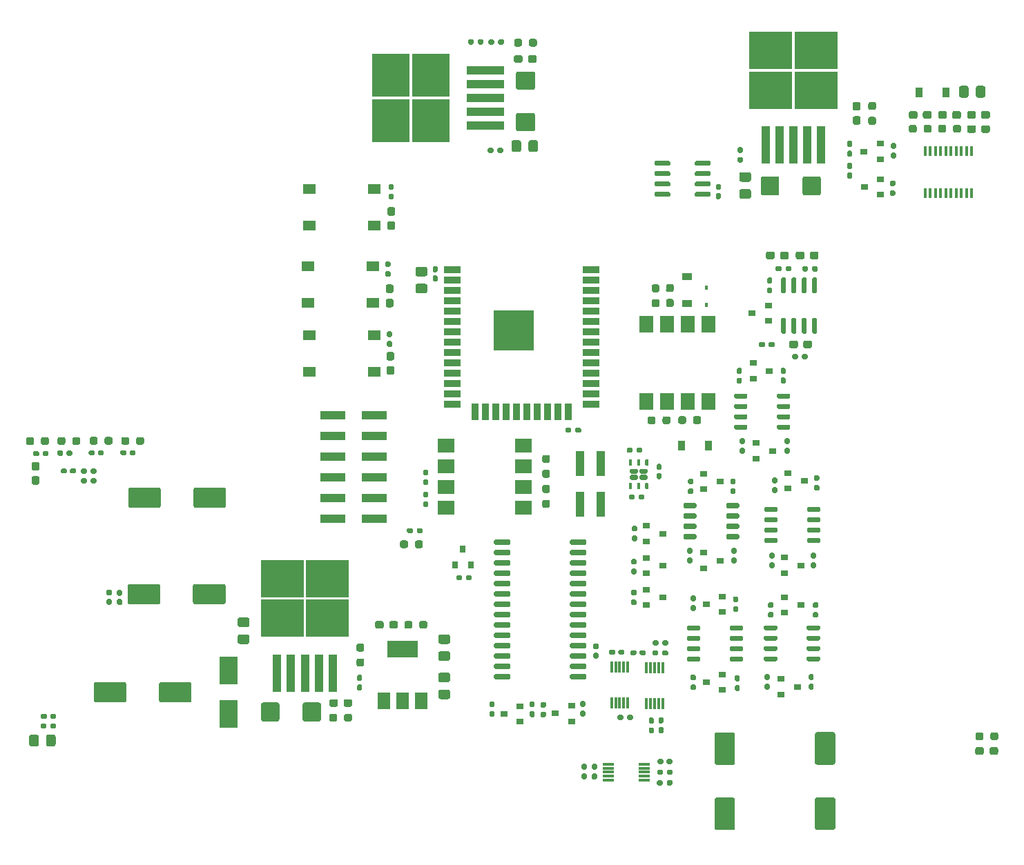
<source format=gbr>
G04 #@! TF.GenerationSoftware,KiCad,Pcbnew,5.1.7-a382d34a8~88~ubuntu20.04.1*
G04 #@! TF.CreationDate,2021-03-14T14:40:06-05:00*
G04 #@! TF.ProjectId,open-dash-daughterboard,6f70656e-2d64-4617-9368-2d6461756768,rev?*
G04 #@! TF.SameCoordinates,Original*
G04 #@! TF.FileFunction,Paste,Top*
G04 #@! TF.FilePolarity,Positive*
%FSLAX46Y46*%
G04 Gerber Fmt 4.6, Leading zero omitted, Abs format (unit mm)*
G04 Created by KiCad (PCBNEW 5.1.7-a382d34a8~88~ubuntu20.04.1) date 2021-03-14 14:40:06*
%MOMM*%
%LPD*%
G01*
G04 APERTURE LIST*
%ADD10R,0.300000X1.400000*%
%ADD11R,1.400000X0.300000*%
%ADD12R,0.900000X1.200000*%
%ADD13R,1.200000X0.900000*%
%ADD14R,1.500000X2.000000*%
%ADD15R,3.800000X2.000000*%
%ADD16R,1.780000X2.000000*%
%ADD17R,2.000000X1.780000*%
%ADD18R,2.000000X0.900000*%
%ADD19R,0.900000X2.000000*%
%ADD20R,5.000000X5.000000*%
%ADD21R,1.000000X3.150000*%
%ADD22R,3.150000X1.000000*%
%ADD23R,0.400000X1.200000*%
%ADD24R,0.900000X0.800000*%
%ADD25R,0.800000X0.900000*%
%ADD26R,0.450000X0.600000*%
%ADD27R,1.550000X1.300000*%
%ADD28R,1.100000X4.600000*%
%ADD29R,5.250000X4.550000*%
%ADD30R,4.600000X1.100000*%
%ADD31R,4.550000X5.250000*%
%ADD32R,2.300000X3.500000*%
G04 APERTURE END LIST*
G36*
G01*
X163060000Y-130060000D02*
X163060000Y-130380000D01*
G75*
G02*
X162900000Y-130540000I-160000J0D01*
G01*
X162505000Y-130540000D01*
G75*
G02*
X162345000Y-130380000I0J160000D01*
G01*
X162345000Y-130060000D01*
G75*
G02*
X162505000Y-129900000I160000J0D01*
G01*
X162900000Y-129900000D01*
G75*
G02*
X163060000Y-130060000I0J-160000D01*
G01*
G37*
G36*
G01*
X164255000Y-130060000D02*
X164255000Y-130380000D01*
G75*
G02*
X164095000Y-130540000I-160000J0D01*
G01*
X163700000Y-130540000D01*
G75*
G02*
X163540000Y-130380000I0J160000D01*
G01*
X163540000Y-130060000D01*
G75*
G02*
X163700000Y-129900000I160000J0D01*
G01*
X164095000Y-129900000D01*
G75*
G02*
X164255000Y-130060000I0J-160000D01*
G01*
G37*
G36*
G01*
X167215000Y-137120000D02*
X167215000Y-136800000D01*
G75*
G02*
X167375000Y-136640000I160000J0D01*
G01*
X167770000Y-136640000D01*
G75*
G02*
X167930000Y-136800000I0J-160000D01*
G01*
X167930000Y-137120000D01*
G75*
G02*
X167770000Y-137280000I-160000J0D01*
G01*
X167375000Y-137280000D01*
G75*
G02*
X167215000Y-137120000I0J160000D01*
G01*
G37*
G36*
G01*
X168410000Y-137120000D02*
X168410000Y-136800000D01*
G75*
G02*
X168570000Y-136640000I160000J0D01*
G01*
X168965000Y-136640000D01*
G75*
G02*
X169125000Y-136800000I0J-160000D01*
G01*
X169125000Y-137120000D01*
G75*
G02*
X168965000Y-137280000I-160000J0D01*
G01*
X168570000Y-137280000D01*
G75*
G02*
X168410000Y-137120000I0J160000D01*
G01*
G37*
G36*
G01*
X167185000Y-138420000D02*
X167185000Y-138100000D01*
G75*
G02*
X167345000Y-137940000I160000J0D01*
G01*
X167740000Y-137940000D01*
G75*
G02*
X167900000Y-138100000I0J-160000D01*
G01*
X167900000Y-138420000D01*
G75*
G02*
X167740000Y-138580000I-160000J0D01*
G01*
X167345000Y-138580000D01*
G75*
G02*
X167185000Y-138420000I0J160000D01*
G01*
G37*
G36*
G01*
X168380000Y-138420000D02*
X168380000Y-138100000D01*
G75*
G02*
X168540000Y-137940000I160000J0D01*
G01*
X168935000Y-137940000D01*
G75*
G02*
X169095000Y-138100000I0J-160000D01*
G01*
X169095000Y-138420000D01*
G75*
G02*
X168935000Y-138580000I-160000J0D01*
G01*
X168540000Y-138580000D01*
G75*
G02*
X168380000Y-138420000I0J160000D01*
G01*
G37*
G36*
G01*
X158420000Y-137845000D02*
X158100000Y-137845000D01*
G75*
G02*
X157940000Y-137685000I0J160000D01*
G01*
X157940000Y-137290000D01*
G75*
G02*
X158100000Y-137130000I160000J0D01*
G01*
X158420000Y-137130000D01*
G75*
G02*
X158580000Y-137290000I0J-160000D01*
G01*
X158580000Y-137685000D01*
G75*
G02*
X158420000Y-137845000I-160000J0D01*
G01*
G37*
G36*
G01*
X158420000Y-136650000D02*
X158100000Y-136650000D01*
G75*
G02*
X157940000Y-136490000I0J160000D01*
G01*
X157940000Y-136095000D01*
G75*
G02*
X158100000Y-135935000I160000J0D01*
G01*
X158420000Y-135935000D01*
G75*
G02*
X158580000Y-136095000I0J-160000D01*
G01*
X158580000Y-136490000D01*
G75*
G02*
X158420000Y-136650000I-160000J0D01*
G01*
G37*
G36*
G01*
X159670000Y-137845000D02*
X159350000Y-137845000D01*
G75*
G02*
X159190000Y-137685000I0J160000D01*
G01*
X159190000Y-137290000D01*
G75*
G02*
X159350000Y-137130000I160000J0D01*
G01*
X159670000Y-137130000D01*
G75*
G02*
X159830000Y-137290000I0J-160000D01*
G01*
X159830000Y-137685000D01*
G75*
G02*
X159670000Y-137845000I-160000J0D01*
G01*
G37*
G36*
G01*
X159670000Y-136650000D02*
X159350000Y-136650000D01*
G75*
G02*
X159190000Y-136490000I0J160000D01*
G01*
X159190000Y-136095000D01*
G75*
G02*
X159350000Y-135935000I160000J0D01*
G01*
X159670000Y-135935000D01*
G75*
G02*
X159830000Y-136095000I0J-160000D01*
G01*
X159830000Y-136490000D01*
G75*
G02*
X159670000Y-136650000I-160000J0D01*
G01*
G37*
G36*
G01*
X167350000Y-122170000D02*
X167350000Y-122490000D01*
G75*
G02*
X167190000Y-122650000I-160000J0D01*
G01*
X166795000Y-122650000D01*
G75*
G02*
X166635000Y-122490000I0J160000D01*
G01*
X166635000Y-122170000D01*
G75*
G02*
X166795000Y-122010000I160000J0D01*
G01*
X167190000Y-122010000D01*
G75*
G02*
X167350000Y-122170000I0J-160000D01*
G01*
G37*
G36*
G01*
X168545000Y-122170000D02*
X168545000Y-122490000D01*
G75*
G02*
X168385000Y-122650000I-160000J0D01*
G01*
X167990000Y-122650000D01*
G75*
G02*
X167830000Y-122490000I0J160000D01*
G01*
X167830000Y-122170000D01*
G75*
G02*
X167990000Y-122010000I160000J0D01*
G01*
X168385000Y-122010000D01*
G75*
G02*
X168545000Y-122170000I0J-160000D01*
G01*
G37*
G36*
G01*
X167380000Y-120930000D02*
X167380000Y-121250000D01*
G75*
G02*
X167220000Y-121410000I-160000J0D01*
G01*
X166825000Y-121410000D01*
G75*
G02*
X166665000Y-121250000I0J160000D01*
G01*
X166665000Y-120930000D01*
G75*
G02*
X166825000Y-120770000I160000J0D01*
G01*
X167220000Y-120770000D01*
G75*
G02*
X167380000Y-120930000I0J-160000D01*
G01*
G37*
G36*
G01*
X168575000Y-120930000D02*
X168575000Y-121250000D01*
G75*
G02*
X168415000Y-121410000I-160000J0D01*
G01*
X168020000Y-121410000D01*
G75*
G02*
X167860000Y-121250000I0J160000D01*
G01*
X167860000Y-120930000D01*
G75*
G02*
X168020000Y-120770000I160000J0D01*
G01*
X168415000Y-120770000D01*
G75*
G02*
X168575000Y-120930000I0J-160000D01*
G01*
G37*
G36*
G01*
X167530000Y-131440000D02*
X167850000Y-131440000D01*
G75*
G02*
X168010000Y-131600000I0J-160000D01*
G01*
X168010000Y-131995000D01*
G75*
G02*
X167850000Y-132155000I-160000J0D01*
G01*
X167530000Y-132155000D01*
G75*
G02*
X167370000Y-131995000I0J160000D01*
G01*
X167370000Y-131600000D01*
G75*
G02*
X167530000Y-131440000I160000J0D01*
G01*
G37*
G36*
G01*
X167530000Y-130245000D02*
X167850000Y-130245000D01*
G75*
G02*
X168010000Y-130405000I0J-160000D01*
G01*
X168010000Y-130800000D01*
G75*
G02*
X167850000Y-130960000I-160000J0D01*
G01*
X167530000Y-130960000D01*
G75*
G02*
X167370000Y-130800000I0J160000D01*
G01*
X167370000Y-130405000D01*
G75*
G02*
X167530000Y-130245000I160000J0D01*
G01*
G37*
G36*
G01*
X166340000Y-131460000D02*
X166660000Y-131460000D01*
G75*
G02*
X166820000Y-131620000I0J-160000D01*
G01*
X166820000Y-132015000D01*
G75*
G02*
X166660000Y-132175000I-160000J0D01*
G01*
X166340000Y-132175000D01*
G75*
G02*
X166180000Y-132015000I0J160000D01*
G01*
X166180000Y-131620000D01*
G75*
G02*
X166340000Y-131460000I160000J0D01*
G01*
G37*
G36*
G01*
X166340000Y-130265000D02*
X166660000Y-130265000D01*
G75*
G02*
X166820000Y-130425000I0J-160000D01*
G01*
X166820000Y-130820000D01*
G75*
G02*
X166660000Y-130980000I-160000J0D01*
G01*
X166340000Y-130980000D01*
G75*
G02*
X166180000Y-130820000I0J160000D01*
G01*
X166180000Y-130425000D01*
G75*
G02*
X166340000Y-130265000I160000J0D01*
G01*
G37*
D10*
X161610000Y-124050000D03*
X162110000Y-124050000D03*
X162610000Y-124050000D03*
X163110000Y-124050000D03*
X163610000Y-124050000D03*
X163610000Y-128450000D03*
X163110000Y-128450000D03*
X162610000Y-128450000D03*
X162110000Y-128450000D03*
X161610000Y-128450000D03*
X165900000Y-124120000D03*
X166400000Y-124120000D03*
X166900000Y-124120000D03*
X167400000Y-124120000D03*
X167900000Y-124120000D03*
X167900000Y-128520000D03*
X167400000Y-128520000D03*
X166900000Y-128520000D03*
X166400000Y-128520000D03*
X165900000Y-128520000D03*
D11*
X161220000Y-135960000D03*
X161220000Y-136460000D03*
X161220000Y-136960000D03*
X161220000Y-137460000D03*
X161220000Y-137960000D03*
X165620000Y-137960000D03*
X165620000Y-137460000D03*
X165620000Y-136960000D03*
X165620000Y-136460000D03*
X165620000Y-135960000D03*
G36*
G01*
X162040000Y-122075000D02*
X162040000Y-122385000D01*
G75*
G02*
X161885000Y-122540000I-155000J0D01*
G01*
X161460000Y-122540000D01*
G75*
G02*
X161305000Y-122385000I0J155000D01*
G01*
X161305000Y-122075000D01*
G75*
G02*
X161460000Y-121920000I155000J0D01*
G01*
X161885000Y-121920000D01*
G75*
G02*
X162040000Y-122075000I0J-155000D01*
G01*
G37*
G36*
G01*
X163175000Y-122075000D02*
X163175000Y-122385000D01*
G75*
G02*
X163020000Y-122540000I-155000J0D01*
G01*
X162595000Y-122540000D01*
G75*
G02*
X162440000Y-122385000I0J155000D01*
G01*
X162440000Y-122075000D01*
G75*
G02*
X162595000Y-121920000I155000J0D01*
G01*
X163020000Y-121920000D01*
G75*
G02*
X163175000Y-122075000I0J-155000D01*
G01*
G37*
G36*
G01*
X164657500Y-122145000D02*
X164657500Y-122455000D01*
G75*
G02*
X164502500Y-122610000I-155000J0D01*
G01*
X164077500Y-122610000D01*
G75*
G02*
X163922500Y-122455000I0J155000D01*
G01*
X163922500Y-122145000D01*
G75*
G02*
X164077500Y-121990000I155000J0D01*
G01*
X164502500Y-121990000D01*
G75*
G02*
X164657500Y-122145000I0J-155000D01*
G01*
G37*
G36*
G01*
X165792500Y-122145000D02*
X165792500Y-122455000D01*
G75*
G02*
X165637500Y-122610000I-155000J0D01*
G01*
X165212500Y-122610000D01*
G75*
G02*
X165057500Y-122455000I0J155000D01*
G01*
X165057500Y-122145000D01*
G75*
G02*
X165212500Y-121990000I155000J0D01*
G01*
X165637500Y-121990000D01*
G75*
G02*
X165792500Y-122145000I0J-155000D01*
G01*
G37*
G36*
G01*
X159545000Y-122280000D02*
X159855000Y-122280000D01*
G75*
G02*
X160010000Y-122435000I0J-155000D01*
G01*
X160010000Y-122860000D01*
G75*
G02*
X159855000Y-123015000I-155000J0D01*
G01*
X159545000Y-123015000D01*
G75*
G02*
X159390000Y-122860000I0J155000D01*
G01*
X159390000Y-122435000D01*
G75*
G02*
X159545000Y-122280000I155000J0D01*
G01*
G37*
G36*
G01*
X159545000Y-121145000D02*
X159855000Y-121145000D01*
G75*
G02*
X160010000Y-121300000I0J-155000D01*
G01*
X160010000Y-121725000D01*
G75*
G02*
X159855000Y-121880000I-155000J0D01*
G01*
X159545000Y-121880000D01*
G75*
G02*
X159390000Y-121725000I0J155000D01*
G01*
X159390000Y-121300000D01*
G75*
G02*
X159545000Y-121145000I155000J0D01*
G01*
G37*
G36*
G01*
X167225000Y-135805000D02*
X167225000Y-135495000D01*
G75*
G02*
X167380000Y-135340000I155000J0D01*
G01*
X167805000Y-135340000D01*
G75*
G02*
X167960000Y-135495000I0J-155000D01*
G01*
X167960000Y-135805000D01*
G75*
G02*
X167805000Y-135960000I-155000J0D01*
G01*
X167380000Y-135960000D01*
G75*
G02*
X167225000Y-135805000I0J155000D01*
G01*
G37*
G36*
G01*
X168360000Y-135805000D02*
X168360000Y-135495000D01*
G75*
G02*
X168515000Y-135340000I155000J0D01*
G01*
X168940000Y-135340000D01*
G75*
G02*
X169095000Y-135495000I0J-155000D01*
G01*
X169095000Y-135805000D01*
G75*
G02*
X168940000Y-135960000I-155000J0D01*
G01*
X168515000Y-135960000D01*
G75*
G02*
X168360000Y-135805000I0J155000D01*
G01*
G37*
D12*
X199360000Y-53520000D03*
X202660000Y-53520000D03*
D13*
X170890000Y-79420000D03*
X170890000Y-76120000D03*
D12*
X170190000Y-96880000D03*
X173490000Y-96880000D03*
D14*
X133670000Y-128160000D03*
X138270000Y-128160000D03*
X135970000Y-128160000D03*
D15*
X135970000Y-121860000D03*
G36*
G01*
X182845000Y-78180000D02*
X182545000Y-78180000D01*
G75*
G02*
X182395000Y-78030000I0J150000D01*
G01*
X182395000Y-76380000D01*
G75*
G02*
X182545000Y-76230000I150000J0D01*
G01*
X182845000Y-76230000D01*
G75*
G02*
X182995000Y-76380000I0J-150000D01*
G01*
X182995000Y-78030000D01*
G75*
G02*
X182845000Y-78180000I-150000J0D01*
G01*
G37*
G36*
G01*
X184115000Y-78180000D02*
X183815000Y-78180000D01*
G75*
G02*
X183665000Y-78030000I0J150000D01*
G01*
X183665000Y-76380000D01*
G75*
G02*
X183815000Y-76230000I150000J0D01*
G01*
X184115000Y-76230000D01*
G75*
G02*
X184265000Y-76380000I0J-150000D01*
G01*
X184265000Y-78030000D01*
G75*
G02*
X184115000Y-78180000I-150000J0D01*
G01*
G37*
G36*
G01*
X185385000Y-78180000D02*
X185085000Y-78180000D01*
G75*
G02*
X184935000Y-78030000I0J150000D01*
G01*
X184935000Y-76380000D01*
G75*
G02*
X185085000Y-76230000I150000J0D01*
G01*
X185385000Y-76230000D01*
G75*
G02*
X185535000Y-76380000I0J-150000D01*
G01*
X185535000Y-78030000D01*
G75*
G02*
X185385000Y-78180000I-150000J0D01*
G01*
G37*
G36*
G01*
X186655000Y-78180000D02*
X186355000Y-78180000D01*
G75*
G02*
X186205000Y-78030000I0J150000D01*
G01*
X186205000Y-76380000D01*
G75*
G02*
X186355000Y-76230000I150000J0D01*
G01*
X186655000Y-76230000D01*
G75*
G02*
X186805000Y-76380000I0J-150000D01*
G01*
X186805000Y-78030000D01*
G75*
G02*
X186655000Y-78180000I-150000J0D01*
G01*
G37*
G36*
G01*
X186655000Y-83130000D02*
X186355000Y-83130000D01*
G75*
G02*
X186205000Y-82980000I0J150000D01*
G01*
X186205000Y-81330000D01*
G75*
G02*
X186355000Y-81180000I150000J0D01*
G01*
X186655000Y-81180000D01*
G75*
G02*
X186805000Y-81330000I0J-150000D01*
G01*
X186805000Y-82980000D01*
G75*
G02*
X186655000Y-83130000I-150000J0D01*
G01*
G37*
G36*
G01*
X185385000Y-83130000D02*
X185085000Y-83130000D01*
G75*
G02*
X184935000Y-82980000I0J150000D01*
G01*
X184935000Y-81330000D01*
G75*
G02*
X185085000Y-81180000I150000J0D01*
G01*
X185385000Y-81180000D01*
G75*
G02*
X185535000Y-81330000I0J-150000D01*
G01*
X185535000Y-82980000D01*
G75*
G02*
X185385000Y-83130000I-150000J0D01*
G01*
G37*
G36*
G01*
X184115000Y-83130000D02*
X183815000Y-83130000D01*
G75*
G02*
X183665000Y-82980000I0J150000D01*
G01*
X183665000Y-81330000D01*
G75*
G02*
X183815000Y-81180000I150000J0D01*
G01*
X184115000Y-81180000D01*
G75*
G02*
X184265000Y-81330000I0J-150000D01*
G01*
X184265000Y-82980000D01*
G75*
G02*
X184115000Y-83130000I-150000J0D01*
G01*
G37*
G36*
G01*
X182845000Y-83130000D02*
X182545000Y-83130000D01*
G75*
G02*
X182395000Y-82980000I0J150000D01*
G01*
X182395000Y-81330000D01*
G75*
G02*
X182545000Y-81180000I150000J0D01*
G01*
X182845000Y-81180000D01*
G75*
G02*
X182995000Y-81330000I0J-150000D01*
G01*
X182995000Y-82980000D01*
G75*
G02*
X182845000Y-83130000I-150000J0D01*
G01*
G37*
D16*
X165890000Y-81935000D03*
X173510000Y-91465000D03*
X168430000Y-81935000D03*
X170970000Y-91465000D03*
X170970000Y-81935000D03*
X168430000Y-91465000D03*
X173510000Y-81935000D03*
X165890000Y-91465000D03*
D17*
X141295000Y-104470000D03*
X150825000Y-96850000D03*
X141295000Y-101930000D03*
X150825000Y-99390000D03*
X141295000Y-99390000D03*
X150825000Y-101930000D03*
X141295000Y-96850000D03*
X150825000Y-104470000D03*
G36*
G01*
X165875000Y-100315000D02*
X165205000Y-100315000D01*
G75*
G02*
X165055000Y-100165000I0J150000D01*
G01*
X165055000Y-99865000D01*
G75*
G02*
X165205000Y-99715000I150000J0D01*
G01*
X165875000Y-99715000D01*
G75*
G02*
X166025000Y-99865000I0J-150000D01*
G01*
X166025000Y-100165000D01*
G75*
G02*
X165875000Y-100315000I-150000J0D01*
G01*
G37*
G36*
G01*
X164675000Y-100315000D02*
X164005000Y-100315000D01*
G75*
G02*
X163855000Y-100165000I0J150000D01*
G01*
X163855000Y-99865000D01*
G75*
G02*
X164005000Y-99715000I150000J0D01*
G01*
X164675000Y-99715000D01*
G75*
G02*
X164825000Y-99865000I0J-150000D01*
G01*
X164825000Y-100165000D01*
G75*
G02*
X164675000Y-100315000I-150000J0D01*
G01*
G37*
G36*
G01*
X165875000Y-101065000D02*
X165205000Y-101065000D01*
G75*
G02*
X165055000Y-100915000I0J150000D01*
G01*
X165055000Y-100615000D01*
G75*
G02*
X165205000Y-100465000I150000J0D01*
G01*
X165875000Y-100465000D01*
G75*
G02*
X166025000Y-100615000I0J-150000D01*
G01*
X166025000Y-100915000D01*
G75*
G02*
X165875000Y-101065000I-150000J0D01*
G01*
G37*
G36*
G01*
X164675000Y-101065000D02*
X164005000Y-101065000D01*
G75*
G02*
X163855000Y-100915000I0J150000D01*
G01*
X163855000Y-100615000D01*
G75*
G02*
X164005000Y-100465000I150000J0D01*
G01*
X164675000Y-100465000D01*
G75*
G02*
X164825000Y-100615000I0J-150000D01*
G01*
X164825000Y-100915000D01*
G75*
G02*
X164675000Y-101065000I-150000J0D01*
G01*
G37*
G36*
G01*
X164040000Y-99340000D02*
X163840000Y-99340000D01*
G75*
G02*
X163740000Y-99240000I0J100000D01*
G01*
X163740000Y-98640000D01*
G75*
G02*
X163840000Y-98540000I100000J0D01*
G01*
X164040000Y-98540000D01*
G75*
G02*
X164140000Y-98640000I0J-100000D01*
G01*
X164140000Y-99240000D01*
G75*
G02*
X164040000Y-99340000I-100000J0D01*
G01*
G37*
G36*
G01*
X165040000Y-99340000D02*
X164840000Y-99340000D01*
G75*
G02*
X164740000Y-99240000I0J100000D01*
G01*
X164740000Y-98640000D01*
G75*
G02*
X164840000Y-98540000I100000J0D01*
G01*
X165040000Y-98540000D01*
G75*
G02*
X165140000Y-98640000I0J-100000D01*
G01*
X165140000Y-99240000D01*
G75*
G02*
X165040000Y-99340000I-100000J0D01*
G01*
G37*
G36*
G01*
X166040000Y-99340000D02*
X165840000Y-99340000D01*
G75*
G02*
X165740000Y-99240000I0J100000D01*
G01*
X165740000Y-98640000D01*
G75*
G02*
X165840000Y-98540000I100000J0D01*
G01*
X166040000Y-98540000D01*
G75*
G02*
X166140000Y-98640000I0J-100000D01*
G01*
X166140000Y-99240000D01*
G75*
G02*
X166040000Y-99340000I-100000J0D01*
G01*
G37*
G36*
G01*
X166040000Y-102240000D02*
X165840000Y-102240000D01*
G75*
G02*
X165740000Y-102140000I0J100000D01*
G01*
X165740000Y-101540000D01*
G75*
G02*
X165840000Y-101440000I100000J0D01*
G01*
X166040000Y-101440000D01*
G75*
G02*
X166140000Y-101540000I0J-100000D01*
G01*
X166140000Y-102140000D01*
G75*
G02*
X166040000Y-102240000I-100000J0D01*
G01*
G37*
G36*
G01*
X165040000Y-102240000D02*
X164840000Y-102240000D01*
G75*
G02*
X164740000Y-102140000I0J100000D01*
G01*
X164740000Y-101540000D01*
G75*
G02*
X164840000Y-101440000I100000J0D01*
G01*
X165040000Y-101440000D01*
G75*
G02*
X165140000Y-101540000I0J-100000D01*
G01*
X165140000Y-102140000D01*
G75*
G02*
X165040000Y-102240000I-100000J0D01*
G01*
G37*
G36*
G01*
X164040000Y-102240000D02*
X163840000Y-102240000D01*
G75*
G02*
X163740000Y-102140000I0J100000D01*
G01*
X163740000Y-101540000D01*
G75*
G02*
X163840000Y-101440000I100000J0D01*
G01*
X164040000Y-101440000D01*
G75*
G02*
X164140000Y-101540000I0J-100000D01*
G01*
X164140000Y-102140000D01*
G75*
G02*
X164040000Y-102240000I-100000J0D01*
G01*
G37*
G36*
G01*
X171820000Y-62385000D02*
X171820000Y-62085000D01*
G75*
G02*
X171970000Y-61935000I150000J0D01*
G01*
X173620000Y-61935000D01*
G75*
G02*
X173770000Y-62085000I0J-150000D01*
G01*
X173770000Y-62385000D01*
G75*
G02*
X173620000Y-62535000I-150000J0D01*
G01*
X171970000Y-62535000D01*
G75*
G02*
X171820000Y-62385000I0J150000D01*
G01*
G37*
G36*
G01*
X171820000Y-63655000D02*
X171820000Y-63355000D01*
G75*
G02*
X171970000Y-63205000I150000J0D01*
G01*
X173620000Y-63205000D01*
G75*
G02*
X173770000Y-63355000I0J-150000D01*
G01*
X173770000Y-63655000D01*
G75*
G02*
X173620000Y-63805000I-150000J0D01*
G01*
X171970000Y-63805000D01*
G75*
G02*
X171820000Y-63655000I0J150000D01*
G01*
G37*
G36*
G01*
X171820000Y-64925000D02*
X171820000Y-64625000D01*
G75*
G02*
X171970000Y-64475000I150000J0D01*
G01*
X173620000Y-64475000D01*
G75*
G02*
X173770000Y-64625000I0J-150000D01*
G01*
X173770000Y-64925000D01*
G75*
G02*
X173620000Y-65075000I-150000J0D01*
G01*
X171970000Y-65075000D01*
G75*
G02*
X171820000Y-64925000I0J150000D01*
G01*
G37*
G36*
G01*
X171820000Y-66195000D02*
X171820000Y-65895000D01*
G75*
G02*
X171970000Y-65745000I150000J0D01*
G01*
X173620000Y-65745000D01*
G75*
G02*
X173770000Y-65895000I0J-150000D01*
G01*
X173770000Y-66195000D01*
G75*
G02*
X173620000Y-66345000I-150000J0D01*
G01*
X171970000Y-66345000D01*
G75*
G02*
X171820000Y-66195000I0J150000D01*
G01*
G37*
G36*
G01*
X166870000Y-66195000D02*
X166870000Y-65895000D01*
G75*
G02*
X167020000Y-65745000I150000J0D01*
G01*
X168670000Y-65745000D01*
G75*
G02*
X168820000Y-65895000I0J-150000D01*
G01*
X168820000Y-66195000D01*
G75*
G02*
X168670000Y-66345000I-150000J0D01*
G01*
X167020000Y-66345000D01*
G75*
G02*
X166870000Y-66195000I0J150000D01*
G01*
G37*
G36*
G01*
X166870000Y-64925000D02*
X166870000Y-64625000D01*
G75*
G02*
X167020000Y-64475000I150000J0D01*
G01*
X168670000Y-64475000D01*
G75*
G02*
X168820000Y-64625000I0J-150000D01*
G01*
X168820000Y-64925000D01*
G75*
G02*
X168670000Y-65075000I-150000J0D01*
G01*
X167020000Y-65075000D01*
G75*
G02*
X166870000Y-64925000I0J150000D01*
G01*
G37*
G36*
G01*
X166870000Y-63655000D02*
X166870000Y-63355000D01*
G75*
G02*
X167020000Y-63205000I150000J0D01*
G01*
X168670000Y-63205000D01*
G75*
G02*
X168820000Y-63355000I0J-150000D01*
G01*
X168820000Y-63655000D01*
G75*
G02*
X168670000Y-63805000I-150000J0D01*
G01*
X167020000Y-63805000D01*
G75*
G02*
X166870000Y-63655000I0J150000D01*
G01*
G37*
G36*
G01*
X166870000Y-62385000D02*
X166870000Y-62085000D01*
G75*
G02*
X167020000Y-61935000I150000J0D01*
G01*
X168670000Y-61935000D01*
G75*
G02*
X168820000Y-62085000I0J-150000D01*
G01*
X168820000Y-62385000D01*
G75*
G02*
X168670000Y-62535000I-150000J0D01*
G01*
X167020000Y-62535000D01*
G75*
G02*
X166870000Y-62385000I0J150000D01*
G01*
G37*
G36*
G01*
X174555000Y-65890000D02*
X174865000Y-65890000D01*
G75*
G02*
X175020000Y-66045000I0J-155000D01*
G01*
X175020000Y-66470000D01*
G75*
G02*
X174865000Y-66625000I-155000J0D01*
G01*
X174555000Y-66625000D01*
G75*
G02*
X174400000Y-66470000I0J155000D01*
G01*
X174400000Y-66045000D01*
G75*
G02*
X174555000Y-65890000I155000J0D01*
G01*
G37*
G36*
G01*
X174555000Y-64755000D02*
X174865000Y-64755000D01*
G75*
G02*
X175020000Y-64910000I0J-155000D01*
G01*
X175020000Y-65335000D01*
G75*
G02*
X174865000Y-65490000I-155000J0D01*
G01*
X174555000Y-65490000D01*
G75*
G02*
X174400000Y-65335000I0J155000D01*
G01*
X174400000Y-64910000D01*
G75*
G02*
X174555000Y-64755000I155000J0D01*
G01*
G37*
D18*
X159100000Y-75245000D03*
X159100000Y-76515000D03*
X159100000Y-77785000D03*
X159100000Y-79055000D03*
X159100000Y-80325000D03*
X159100000Y-81595000D03*
X159100000Y-82865000D03*
X159100000Y-84135000D03*
X159100000Y-85405000D03*
X159100000Y-86675000D03*
X159100000Y-87945000D03*
X159100000Y-89215000D03*
X159100000Y-90485000D03*
X159100000Y-91755000D03*
D19*
X156315000Y-92755000D03*
X155045000Y-92755000D03*
X153775000Y-92755000D03*
X152505000Y-92755000D03*
X151235000Y-92755000D03*
X149965000Y-92755000D03*
X148695000Y-92755000D03*
X147425000Y-92755000D03*
X146155000Y-92755000D03*
X144885000Y-92755000D03*
D18*
X142100000Y-91755000D03*
X142100000Y-90485000D03*
X142100000Y-89215000D03*
X142100000Y-87945000D03*
X142100000Y-86675000D03*
X142100000Y-85405000D03*
X142100000Y-84135000D03*
X142100000Y-82865000D03*
X142100000Y-81595000D03*
X142100000Y-80325000D03*
X142100000Y-79055000D03*
X142100000Y-77785000D03*
X142100000Y-76515000D03*
X142100000Y-75245000D03*
D20*
X149600000Y-82745000D03*
G36*
G01*
X180890000Y-84630000D02*
X180890000Y-84310000D01*
G75*
G02*
X181050000Y-84150000I160000J0D01*
G01*
X181445000Y-84150000D01*
G75*
G02*
X181605000Y-84310000I0J-160000D01*
G01*
X181605000Y-84630000D01*
G75*
G02*
X181445000Y-84790000I-160000J0D01*
G01*
X181050000Y-84790000D01*
G75*
G02*
X180890000Y-84630000I0J160000D01*
G01*
G37*
G36*
G01*
X179695000Y-84630000D02*
X179695000Y-84310000D01*
G75*
G02*
X179855000Y-84150000I160000J0D01*
G01*
X180250000Y-84150000D01*
G75*
G02*
X180410000Y-84310000I0J-160000D01*
G01*
X180410000Y-84630000D01*
G75*
G02*
X180250000Y-84790000I-160000J0D01*
G01*
X179855000Y-84790000D01*
G75*
G02*
X179695000Y-84630000I0J160000D01*
G01*
G37*
D21*
X160310000Y-99035000D03*
X160310000Y-104085000D03*
X157770000Y-99035000D03*
X157770000Y-104085000D03*
D22*
X127475000Y-93180000D03*
X132525000Y-93180000D03*
X127475000Y-95720000D03*
X132525000Y-95720000D03*
X127475000Y-98260000D03*
X132525000Y-98260000D03*
X127475000Y-100800000D03*
X132525000Y-100800000D03*
X127475000Y-103340000D03*
X132525000Y-103340000D03*
X127475000Y-105880000D03*
X132525000Y-105880000D03*
G36*
G01*
X102120000Y-126150000D02*
X102120000Y-128150000D01*
G75*
G02*
X101870000Y-128400000I-250000J0D01*
G01*
X98370000Y-128400000D01*
G75*
G02*
X98120000Y-128150000I0J250000D01*
G01*
X98120000Y-126150000D01*
G75*
G02*
X98370000Y-125900000I250000J0D01*
G01*
X101870000Y-125900000D01*
G75*
G02*
X102120000Y-126150000I0J-250000D01*
G01*
G37*
G36*
G01*
X110120000Y-126150000D02*
X110120000Y-128150000D01*
G75*
G02*
X109870000Y-128400000I-250000J0D01*
G01*
X106370000Y-128400000D01*
G75*
G02*
X106120000Y-128150000I0J250000D01*
G01*
X106120000Y-126150000D01*
G75*
G02*
X106370000Y-125900000I250000J0D01*
G01*
X109870000Y-125900000D01*
G75*
G02*
X110120000Y-126150000I0J-250000D01*
G01*
G37*
G36*
G01*
X110290000Y-116110000D02*
X110290000Y-114110000D01*
G75*
G02*
X110540000Y-113860000I250000J0D01*
G01*
X114040000Y-113860000D01*
G75*
G02*
X114290000Y-114110000I0J-250000D01*
G01*
X114290000Y-116110000D01*
G75*
G02*
X114040000Y-116360000I-250000J0D01*
G01*
X110540000Y-116360000D01*
G75*
G02*
X110290000Y-116110000I0J250000D01*
G01*
G37*
G36*
G01*
X102290000Y-116110000D02*
X102290000Y-114110000D01*
G75*
G02*
X102540000Y-113860000I250000J0D01*
G01*
X106040000Y-113860000D01*
G75*
G02*
X106290000Y-114110000I0J-250000D01*
G01*
X106290000Y-116110000D01*
G75*
G02*
X106040000Y-116360000I-250000J0D01*
G01*
X102540000Y-116360000D01*
G75*
G02*
X102290000Y-116110000I0J250000D01*
G01*
G37*
G36*
G01*
X156485000Y-108875000D02*
X156485000Y-108575000D01*
G75*
G02*
X156635000Y-108425000I150000J0D01*
G01*
X158385000Y-108425000D01*
G75*
G02*
X158535000Y-108575000I0J-150000D01*
G01*
X158535000Y-108875000D01*
G75*
G02*
X158385000Y-109025000I-150000J0D01*
G01*
X156635000Y-109025000D01*
G75*
G02*
X156485000Y-108875000I0J150000D01*
G01*
G37*
G36*
G01*
X156485000Y-110145000D02*
X156485000Y-109845000D01*
G75*
G02*
X156635000Y-109695000I150000J0D01*
G01*
X158385000Y-109695000D01*
G75*
G02*
X158535000Y-109845000I0J-150000D01*
G01*
X158535000Y-110145000D01*
G75*
G02*
X158385000Y-110295000I-150000J0D01*
G01*
X156635000Y-110295000D01*
G75*
G02*
X156485000Y-110145000I0J150000D01*
G01*
G37*
G36*
G01*
X156485000Y-111415000D02*
X156485000Y-111115000D01*
G75*
G02*
X156635000Y-110965000I150000J0D01*
G01*
X158385000Y-110965000D01*
G75*
G02*
X158535000Y-111115000I0J-150000D01*
G01*
X158535000Y-111415000D01*
G75*
G02*
X158385000Y-111565000I-150000J0D01*
G01*
X156635000Y-111565000D01*
G75*
G02*
X156485000Y-111415000I0J150000D01*
G01*
G37*
G36*
G01*
X156485000Y-112685000D02*
X156485000Y-112385000D01*
G75*
G02*
X156635000Y-112235000I150000J0D01*
G01*
X158385000Y-112235000D01*
G75*
G02*
X158535000Y-112385000I0J-150000D01*
G01*
X158535000Y-112685000D01*
G75*
G02*
X158385000Y-112835000I-150000J0D01*
G01*
X156635000Y-112835000D01*
G75*
G02*
X156485000Y-112685000I0J150000D01*
G01*
G37*
G36*
G01*
X156485000Y-113955000D02*
X156485000Y-113655000D01*
G75*
G02*
X156635000Y-113505000I150000J0D01*
G01*
X158385000Y-113505000D01*
G75*
G02*
X158535000Y-113655000I0J-150000D01*
G01*
X158535000Y-113955000D01*
G75*
G02*
X158385000Y-114105000I-150000J0D01*
G01*
X156635000Y-114105000D01*
G75*
G02*
X156485000Y-113955000I0J150000D01*
G01*
G37*
G36*
G01*
X156485000Y-115225000D02*
X156485000Y-114925000D01*
G75*
G02*
X156635000Y-114775000I150000J0D01*
G01*
X158385000Y-114775000D01*
G75*
G02*
X158535000Y-114925000I0J-150000D01*
G01*
X158535000Y-115225000D01*
G75*
G02*
X158385000Y-115375000I-150000J0D01*
G01*
X156635000Y-115375000D01*
G75*
G02*
X156485000Y-115225000I0J150000D01*
G01*
G37*
G36*
G01*
X156485000Y-116495000D02*
X156485000Y-116195000D01*
G75*
G02*
X156635000Y-116045000I150000J0D01*
G01*
X158385000Y-116045000D01*
G75*
G02*
X158535000Y-116195000I0J-150000D01*
G01*
X158535000Y-116495000D01*
G75*
G02*
X158385000Y-116645000I-150000J0D01*
G01*
X156635000Y-116645000D01*
G75*
G02*
X156485000Y-116495000I0J150000D01*
G01*
G37*
G36*
G01*
X156485000Y-117765000D02*
X156485000Y-117465000D01*
G75*
G02*
X156635000Y-117315000I150000J0D01*
G01*
X158385000Y-117315000D01*
G75*
G02*
X158535000Y-117465000I0J-150000D01*
G01*
X158535000Y-117765000D01*
G75*
G02*
X158385000Y-117915000I-150000J0D01*
G01*
X156635000Y-117915000D01*
G75*
G02*
X156485000Y-117765000I0J150000D01*
G01*
G37*
G36*
G01*
X156485000Y-119035000D02*
X156485000Y-118735000D01*
G75*
G02*
X156635000Y-118585000I150000J0D01*
G01*
X158385000Y-118585000D01*
G75*
G02*
X158535000Y-118735000I0J-150000D01*
G01*
X158535000Y-119035000D01*
G75*
G02*
X158385000Y-119185000I-150000J0D01*
G01*
X156635000Y-119185000D01*
G75*
G02*
X156485000Y-119035000I0J150000D01*
G01*
G37*
G36*
G01*
X156485000Y-120305000D02*
X156485000Y-120005000D01*
G75*
G02*
X156635000Y-119855000I150000J0D01*
G01*
X158385000Y-119855000D01*
G75*
G02*
X158535000Y-120005000I0J-150000D01*
G01*
X158535000Y-120305000D01*
G75*
G02*
X158385000Y-120455000I-150000J0D01*
G01*
X156635000Y-120455000D01*
G75*
G02*
X156485000Y-120305000I0J150000D01*
G01*
G37*
G36*
G01*
X156485000Y-121575000D02*
X156485000Y-121275000D01*
G75*
G02*
X156635000Y-121125000I150000J0D01*
G01*
X158385000Y-121125000D01*
G75*
G02*
X158535000Y-121275000I0J-150000D01*
G01*
X158535000Y-121575000D01*
G75*
G02*
X158385000Y-121725000I-150000J0D01*
G01*
X156635000Y-121725000D01*
G75*
G02*
X156485000Y-121575000I0J150000D01*
G01*
G37*
G36*
G01*
X156485000Y-122845000D02*
X156485000Y-122545000D01*
G75*
G02*
X156635000Y-122395000I150000J0D01*
G01*
X158385000Y-122395000D01*
G75*
G02*
X158535000Y-122545000I0J-150000D01*
G01*
X158535000Y-122845000D01*
G75*
G02*
X158385000Y-122995000I-150000J0D01*
G01*
X156635000Y-122995000D01*
G75*
G02*
X156485000Y-122845000I0J150000D01*
G01*
G37*
G36*
G01*
X156485000Y-124115000D02*
X156485000Y-123815000D01*
G75*
G02*
X156635000Y-123665000I150000J0D01*
G01*
X158385000Y-123665000D01*
G75*
G02*
X158535000Y-123815000I0J-150000D01*
G01*
X158535000Y-124115000D01*
G75*
G02*
X158385000Y-124265000I-150000J0D01*
G01*
X156635000Y-124265000D01*
G75*
G02*
X156485000Y-124115000I0J150000D01*
G01*
G37*
G36*
G01*
X156485000Y-125385000D02*
X156485000Y-125085000D01*
G75*
G02*
X156635000Y-124935000I150000J0D01*
G01*
X158385000Y-124935000D01*
G75*
G02*
X158535000Y-125085000I0J-150000D01*
G01*
X158535000Y-125385000D01*
G75*
G02*
X158385000Y-125535000I-150000J0D01*
G01*
X156635000Y-125535000D01*
G75*
G02*
X156485000Y-125385000I0J150000D01*
G01*
G37*
G36*
G01*
X147185000Y-125385000D02*
X147185000Y-125085000D01*
G75*
G02*
X147335000Y-124935000I150000J0D01*
G01*
X149085000Y-124935000D01*
G75*
G02*
X149235000Y-125085000I0J-150000D01*
G01*
X149235000Y-125385000D01*
G75*
G02*
X149085000Y-125535000I-150000J0D01*
G01*
X147335000Y-125535000D01*
G75*
G02*
X147185000Y-125385000I0J150000D01*
G01*
G37*
G36*
G01*
X147185000Y-124115000D02*
X147185000Y-123815000D01*
G75*
G02*
X147335000Y-123665000I150000J0D01*
G01*
X149085000Y-123665000D01*
G75*
G02*
X149235000Y-123815000I0J-150000D01*
G01*
X149235000Y-124115000D01*
G75*
G02*
X149085000Y-124265000I-150000J0D01*
G01*
X147335000Y-124265000D01*
G75*
G02*
X147185000Y-124115000I0J150000D01*
G01*
G37*
G36*
G01*
X147185000Y-122845000D02*
X147185000Y-122545000D01*
G75*
G02*
X147335000Y-122395000I150000J0D01*
G01*
X149085000Y-122395000D01*
G75*
G02*
X149235000Y-122545000I0J-150000D01*
G01*
X149235000Y-122845000D01*
G75*
G02*
X149085000Y-122995000I-150000J0D01*
G01*
X147335000Y-122995000D01*
G75*
G02*
X147185000Y-122845000I0J150000D01*
G01*
G37*
G36*
G01*
X147185000Y-121575000D02*
X147185000Y-121275000D01*
G75*
G02*
X147335000Y-121125000I150000J0D01*
G01*
X149085000Y-121125000D01*
G75*
G02*
X149235000Y-121275000I0J-150000D01*
G01*
X149235000Y-121575000D01*
G75*
G02*
X149085000Y-121725000I-150000J0D01*
G01*
X147335000Y-121725000D01*
G75*
G02*
X147185000Y-121575000I0J150000D01*
G01*
G37*
G36*
G01*
X147185000Y-120305000D02*
X147185000Y-120005000D01*
G75*
G02*
X147335000Y-119855000I150000J0D01*
G01*
X149085000Y-119855000D01*
G75*
G02*
X149235000Y-120005000I0J-150000D01*
G01*
X149235000Y-120305000D01*
G75*
G02*
X149085000Y-120455000I-150000J0D01*
G01*
X147335000Y-120455000D01*
G75*
G02*
X147185000Y-120305000I0J150000D01*
G01*
G37*
G36*
G01*
X147185000Y-119035000D02*
X147185000Y-118735000D01*
G75*
G02*
X147335000Y-118585000I150000J0D01*
G01*
X149085000Y-118585000D01*
G75*
G02*
X149235000Y-118735000I0J-150000D01*
G01*
X149235000Y-119035000D01*
G75*
G02*
X149085000Y-119185000I-150000J0D01*
G01*
X147335000Y-119185000D01*
G75*
G02*
X147185000Y-119035000I0J150000D01*
G01*
G37*
G36*
G01*
X147185000Y-117765000D02*
X147185000Y-117465000D01*
G75*
G02*
X147335000Y-117315000I150000J0D01*
G01*
X149085000Y-117315000D01*
G75*
G02*
X149235000Y-117465000I0J-150000D01*
G01*
X149235000Y-117765000D01*
G75*
G02*
X149085000Y-117915000I-150000J0D01*
G01*
X147335000Y-117915000D01*
G75*
G02*
X147185000Y-117765000I0J150000D01*
G01*
G37*
G36*
G01*
X147185000Y-116495000D02*
X147185000Y-116195000D01*
G75*
G02*
X147335000Y-116045000I150000J0D01*
G01*
X149085000Y-116045000D01*
G75*
G02*
X149235000Y-116195000I0J-150000D01*
G01*
X149235000Y-116495000D01*
G75*
G02*
X149085000Y-116645000I-150000J0D01*
G01*
X147335000Y-116645000D01*
G75*
G02*
X147185000Y-116495000I0J150000D01*
G01*
G37*
G36*
G01*
X147185000Y-115225000D02*
X147185000Y-114925000D01*
G75*
G02*
X147335000Y-114775000I150000J0D01*
G01*
X149085000Y-114775000D01*
G75*
G02*
X149235000Y-114925000I0J-150000D01*
G01*
X149235000Y-115225000D01*
G75*
G02*
X149085000Y-115375000I-150000J0D01*
G01*
X147335000Y-115375000D01*
G75*
G02*
X147185000Y-115225000I0J150000D01*
G01*
G37*
G36*
G01*
X147185000Y-113955000D02*
X147185000Y-113655000D01*
G75*
G02*
X147335000Y-113505000I150000J0D01*
G01*
X149085000Y-113505000D01*
G75*
G02*
X149235000Y-113655000I0J-150000D01*
G01*
X149235000Y-113955000D01*
G75*
G02*
X149085000Y-114105000I-150000J0D01*
G01*
X147335000Y-114105000D01*
G75*
G02*
X147185000Y-113955000I0J150000D01*
G01*
G37*
G36*
G01*
X147185000Y-112685000D02*
X147185000Y-112385000D01*
G75*
G02*
X147335000Y-112235000I150000J0D01*
G01*
X149085000Y-112235000D01*
G75*
G02*
X149235000Y-112385000I0J-150000D01*
G01*
X149235000Y-112685000D01*
G75*
G02*
X149085000Y-112835000I-150000J0D01*
G01*
X147335000Y-112835000D01*
G75*
G02*
X147185000Y-112685000I0J150000D01*
G01*
G37*
G36*
G01*
X147185000Y-111415000D02*
X147185000Y-111115000D01*
G75*
G02*
X147335000Y-110965000I150000J0D01*
G01*
X149085000Y-110965000D01*
G75*
G02*
X149235000Y-111115000I0J-150000D01*
G01*
X149235000Y-111415000D01*
G75*
G02*
X149085000Y-111565000I-150000J0D01*
G01*
X147335000Y-111565000D01*
G75*
G02*
X147185000Y-111415000I0J150000D01*
G01*
G37*
G36*
G01*
X147185000Y-110145000D02*
X147185000Y-109845000D01*
G75*
G02*
X147335000Y-109695000I150000J0D01*
G01*
X149085000Y-109695000D01*
G75*
G02*
X149235000Y-109845000I0J-150000D01*
G01*
X149235000Y-110145000D01*
G75*
G02*
X149085000Y-110295000I-150000J0D01*
G01*
X147335000Y-110295000D01*
G75*
G02*
X147185000Y-110145000I0J150000D01*
G01*
G37*
G36*
G01*
X147185000Y-108875000D02*
X147185000Y-108575000D01*
G75*
G02*
X147335000Y-108425000I150000J0D01*
G01*
X149085000Y-108425000D01*
G75*
G02*
X149235000Y-108575000I0J-150000D01*
G01*
X149235000Y-108875000D01*
G75*
G02*
X149085000Y-109025000I-150000J0D01*
G01*
X147335000Y-109025000D01*
G75*
G02*
X147185000Y-108875000I0J150000D01*
G01*
G37*
D23*
X200052500Y-60720000D03*
X200687500Y-60720000D03*
X201322500Y-60720000D03*
X201957500Y-60720000D03*
X202592500Y-60720000D03*
X203227500Y-60720000D03*
X203862500Y-60720000D03*
X204497500Y-60720000D03*
X205132500Y-60720000D03*
X205767500Y-60720000D03*
X205767500Y-65920000D03*
X205132500Y-65920000D03*
X204497500Y-65920000D03*
X203862500Y-65920000D03*
X203227500Y-65920000D03*
X202592500Y-65920000D03*
X201957500Y-65920000D03*
X201322500Y-65920000D03*
X200687500Y-65920000D03*
X200052500Y-65920000D03*
G36*
G01*
X182985000Y-97150000D02*
X183305000Y-97150000D01*
G75*
G02*
X183465000Y-97310000I0J-160000D01*
G01*
X183465000Y-97705000D01*
G75*
G02*
X183305000Y-97865000I-160000J0D01*
G01*
X182985000Y-97865000D01*
G75*
G02*
X182825000Y-97705000I0J160000D01*
G01*
X182825000Y-97310000D01*
G75*
G02*
X182985000Y-97150000I160000J0D01*
G01*
G37*
G36*
G01*
X182985000Y-95955000D02*
X183305000Y-95955000D01*
G75*
G02*
X183465000Y-96115000I0J-160000D01*
G01*
X183465000Y-96510000D01*
G75*
G02*
X183305000Y-96670000I-160000J0D01*
G01*
X182985000Y-96670000D01*
G75*
G02*
X182825000Y-96510000I0J160000D01*
G01*
X182825000Y-96115000D01*
G75*
G02*
X182985000Y-95955000I160000J0D01*
G01*
G37*
G36*
G01*
X177485000Y-97150000D02*
X177805000Y-97150000D01*
G75*
G02*
X177965000Y-97310000I0J-160000D01*
G01*
X177965000Y-97705000D01*
G75*
G02*
X177805000Y-97865000I-160000J0D01*
G01*
X177485000Y-97865000D01*
G75*
G02*
X177325000Y-97705000I0J160000D01*
G01*
X177325000Y-97310000D01*
G75*
G02*
X177485000Y-97150000I160000J0D01*
G01*
G37*
G36*
G01*
X177485000Y-95955000D02*
X177805000Y-95955000D01*
G75*
G02*
X177965000Y-96115000I0J-160000D01*
G01*
X177965000Y-96510000D01*
G75*
G02*
X177805000Y-96670000I-160000J0D01*
G01*
X177485000Y-96670000D01*
G75*
G02*
X177325000Y-96510000I0J160000D01*
G01*
X177325000Y-96115000D01*
G75*
G02*
X177485000Y-95955000I160000J0D01*
G01*
G37*
G36*
G01*
X182835000Y-88050000D02*
X182515000Y-88050000D01*
G75*
G02*
X182355000Y-87890000I0J160000D01*
G01*
X182355000Y-87495000D01*
G75*
G02*
X182515000Y-87335000I160000J0D01*
G01*
X182835000Y-87335000D01*
G75*
G02*
X182995000Y-87495000I0J-160000D01*
G01*
X182995000Y-87890000D01*
G75*
G02*
X182835000Y-88050000I-160000J0D01*
G01*
G37*
G36*
G01*
X182835000Y-89245000D02*
X182515000Y-89245000D01*
G75*
G02*
X182355000Y-89085000I0J160000D01*
G01*
X182355000Y-88690000D01*
G75*
G02*
X182515000Y-88530000I160000J0D01*
G01*
X182835000Y-88530000D01*
G75*
G02*
X182995000Y-88690000I0J-160000D01*
G01*
X182995000Y-89085000D01*
G75*
G02*
X182835000Y-89245000I-160000J0D01*
G01*
G37*
G36*
G01*
X177115000Y-88532500D02*
X177435000Y-88532500D01*
G75*
G02*
X177595000Y-88692500I0J-160000D01*
G01*
X177595000Y-89087500D01*
G75*
G02*
X177435000Y-89247500I-160000J0D01*
G01*
X177115000Y-89247500D01*
G75*
G02*
X176955000Y-89087500I0J160000D01*
G01*
X176955000Y-88692500D01*
G75*
G02*
X177115000Y-88532500I160000J0D01*
G01*
G37*
G36*
G01*
X177115000Y-87337500D02*
X177435000Y-87337500D01*
G75*
G02*
X177595000Y-87497500I0J-160000D01*
G01*
X177595000Y-87892500D01*
G75*
G02*
X177435000Y-88052500I-160000J0D01*
G01*
X177115000Y-88052500D01*
G75*
G02*
X176955000Y-87892500I0J160000D01*
G01*
X176955000Y-87497500D01*
G75*
G02*
X177115000Y-87337500I160000J0D01*
G01*
G37*
G36*
G01*
X176675000Y-101630000D02*
X176355000Y-101630000D01*
G75*
G02*
X176195000Y-101470000I0J160000D01*
G01*
X176195000Y-101075000D01*
G75*
G02*
X176355000Y-100915000I160000J0D01*
G01*
X176675000Y-100915000D01*
G75*
G02*
X176835000Y-101075000I0J-160000D01*
G01*
X176835000Y-101470000D01*
G75*
G02*
X176675000Y-101630000I-160000J0D01*
G01*
G37*
G36*
G01*
X176675000Y-102825000D02*
X176355000Y-102825000D01*
G75*
G02*
X176195000Y-102665000I0J160000D01*
G01*
X176195000Y-102270000D01*
G75*
G02*
X176355000Y-102110000I160000J0D01*
G01*
X176675000Y-102110000D01*
G75*
G02*
X176835000Y-102270000I0J-160000D01*
G01*
X176835000Y-102665000D01*
G75*
G02*
X176675000Y-102825000I-160000J0D01*
G01*
G37*
G36*
G01*
X171475000Y-101632500D02*
X171155000Y-101632500D01*
G75*
G02*
X170995000Y-101472500I0J160000D01*
G01*
X170995000Y-101077500D01*
G75*
G02*
X171155000Y-100917500I160000J0D01*
G01*
X171475000Y-100917500D01*
G75*
G02*
X171635000Y-101077500I0J-160000D01*
G01*
X171635000Y-101472500D01*
G75*
G02*
X171475000Y-101632500I-160000J0D01*
G01*
G37*
G36*
G01*
X171475000Y-102827500D02*
X171155000Y-102827500D01*
G75*
G02*
X170995000Y-102667500I0J160000D01*
G01*
X170995000Y-102272500D01*
G75*
G02*
X171155000Y-102112500I160000J0D01*
G01*
X171475000Y-102112500D01*
G75*
G02*
X171635000Y-102272500I0J-160000D01*
G01*
X171635000Y-102667500D01*
G75*
G02*
X171475000Y-102827500I-160000J0D01*
G01*
G37*
G36*
G01*
X176775000Y-110132500D02*
X176455000Y-110132500D01*
G75*
G02*
X176295000Y-109972500I0J160000D01*
G01*
X176295000Y-109577500D01*
G75*
G02*
X176455000Y-109417500I160000J0D01*
G01*
X176775000Y-109417500D01*
G75*
G02*
X176935000Y-109577500I0J-160000D01*
G01*
X176935000Y-109972500D01*
G75*
G02*
X176775000Y-110132500I-160000J0D01*
G01*
G37*
G36*
G01*
X176775000Y-111327500D02*
X176455000Y-111327500D01*
G75*
G02*
X176295000Y-111167500I0J160000D01*
G01*
X176295000Y-110772500D01*
G75*
G02*
X176455000Y-110612500I160000J0D01*
G01*
X176775000Y-110612500D01*
G75*
G02*
X176935000Y-110772500I0J-160000D01*
G01*
X176935000Y-111167500D01*
G75*
G02*
X176775000Y-111327500I-160000J0D01*
G01*
G37*
G36*
G01*
X171375000Y-110130000D02*
X171055000Y-110130000D01*
G75*
G02*
X170895000Y-109970000I0J160000D01*
G01*
X170895000Y-109575000D01*
G75*
G02*
X171055000Y-109415000I160000J0D01*
G01*
X171375000Y-109415000D01*
G75*
G02*
X171535000Y-109575000I0J-160000D01*
G01*
X171535000Y-109970000D01*
G75*
G02*
X171375000Y-110130000I-160000J0D01*
G01*
G37*
G36*
G01*
X171375000Y-111325000D02*
X171055000Y-111325000D01*
G75*
G02*
X170895000Y-111165000I0J160000D01*
G01*
X170895000Y-110770000D01*
G75*
G02*
X171055000Y-110610000I160000J0D01*
G01*
X171375000Y-110610000D01*
G75*
G02*
X171535000Y-110770000I0J-160000D01*
G01*
X171535000Y-111165000D01*
G75*
G02*
X171375000Y-111325000I-160000J0D01*
G01*
G37*
G36*
G01*
X186215000Y-111220000D02*
X186535000Y-111220000D01*
G75*
G02*
X186695000Y-111380000I0J-160000D01*
G01*
X186695000Y-111775000D01*
G75*
G02*
X186535000Y-111935000I-160000J0D01*
G01*
X186215000Y-111935000D01*
G75*
G02*
X186055000Y-111775000I0J160000D01*
G01*
X186055000Y-111380000D01*
G75*
G02*
X186215000Y-111220000I160000J0D01*
G01*
G37*
G36*
G01*
X186215000Y-110025000D02*
X186535000Y-110025000D01*
G75*
G02*
X186695000Y-110185000I0J-160000D01*
G01*
X186695000Y-110580000D01*
G75*
G02*
X186535000Y-110740000I-160000J0D01*
G01*
X186215000Y-110740000D01*
G75*
G02*
X186055000Y-110580000I0J160000D01*
G01*
X186055000Y-110185000D01*
G75*
G02*
X186215000Y-110025000I160000J0D01*
G01*
G37*
G36*
G01*
X181115000Y-111220000D02*
X181435000Y-111220000D01*
G75*
G02*
X181595000Y-111380000I0J-160000D01*
G01*
X181595000Y-111775000D01*
G75*
G02*
X181435000Y-111935000I-160000J0D01*
G01*
X181115000Y-111935000D01*
G75*
G02*
X180955000Y-111775000I0J160000D01*
G01*
X180955000Y-111380000D01*
G75*
G02*
X181115000Y-111220000I160000J0D01*
G01*
G37*
G36*
G01*
X181115000Y-110025000D02*
X181435000Y-110025000D01*
G75*
G02*
X181595000Y-110185000I0J-160000D01*
G01*
X181595000Y-110580000D01*
G75*
G02*
X181435000Y-110740000I-160000J0D01*
G01*
X181115000Y-110740000D01*
G75*
G02*
X180955000Y-110580000I0J160000D01*
G01*
X180955000Y-110185000D01*
G75*
G02*
X181115000Y-110025000I160000J0D01*
G01*
G37*
G36*
G01*
X186930000Y-101210000D02*
X186610000Y-101210000D01*
G75*
G02*
X186450000Y-101050000I0J160000D01*
G01*
X186450000Y-100655000D01*
G75*
G02*
X186610000Y-100495000I160000J0D01*
G01*
X186930000Y-100495000D01*
G75*
G02*
X187090000Y-100655000I0J-160000D01*
G01*
X187090000Y-101050000D01*
G75*
G02*
X186930000Y-101210000I-160000J0D01*
G01*
G37*
G36*
G01*
X186930000Y-102405000D02*
X186610000Y-102405000D01*
G75*
G02*
X186450000Y-102245000I0J160000D01*
G01*
X186450000Y-101850000D01*
G75*
G02*
X186610000Y-101690000I160000J0D01*
G01*
X186930000Y-101690000D01*
G75*
G02*
X187090000Y-101850000I0J-160000D01*
G01*
X187090000Y-102245000D01*
G75*
G02*
X186930000Y-102405000I-160000J0D01*
G01*
G37*
G36*
G01*
X181785000Y-101502500D02*
X181465000Y-101502500D01*
G75*
G02*
X181305000Y-101342500I0J160000D01*
G01*
X181305000Y-100947500D01*
G75*
G02*
X181465000Y-100787500I160000J0D01*
G01*
X181785000Y-100787500D01*
G75*
G02*
X181945000Y-100947500I0J-160000D01*
G01*
X181945000Y-101342500D01*
G75*
G02*
X181785000Y-101502500I-160000J0D01*
G01*
G37*
G36*
G01*
X181785000Y-102697500D02*
X181465000Y-102697500D01*
G75*
G02*
X181305000Y-102537500I0J160000D01*
G01*
X181305000Y-102142500D01*
G75*
G02*
X181465000Y-101982500I160000J0D01*
G01*
X181785000Y-101982500D01*
G75*
G02*
X181945000Y-102142500I0J-160000D01*
G01*
X181945000Y-102537500D01*
G75*
G02*
X181785000Y-102697500I-160000J0D01*
G01*
G37*
G36*
G01*
X171465000Y-126170000D02*
X171785000Y-126170000D01*
G75*
G02*
X171945000Y-126330000I0J-160000D01*
G01*
X171945000Y-126725000D01*
G75*
G02*
X171785000Y-126885000I-160000J0D01*
G01*
X171465000Y-126885000D01*
G75*
G02*
X171305000Y-126725000I0J160000D01*
G01*
X171305000Y-126330000D01*
G75*
G02*
X171465000Y-126170000I160000J0D01*
G01*
G37*
G36*
G01*
X171465000Y-124975000D02*
X171785000Y-124975000D01*
G75*
G02*
X171945000Y-125135000I0J-160000D01*
G01*
X171945000Y-125530000D01*
G75*
G02*
X171785000Y-125690000I-160000J0D01*
G01*
X171465000Y-125690000D01*
G75*
G02*
X171305000Y-125530000I0J160000D01*
G01*
X171305000Y-125135000D01*
G75*
G02*
X171465000Y-124975000I160000J0D01*
G01*
G37*
G36*
G01*
X177185000Y-125790000D02*
X176865000Y-125790000D01*
G75*
G02*
X176705000Y-125630000I0J160000D01*
G01*
X176705000Y-125235000D01*
G75*
G02*
X176865000Y-125075000I160000J0D01*
G01*
X177185000Y-125075000D01*
G75*
G02*
X177345000Y-125235000I0J-160000D01*
G01*
X177345000Y-125630000D01*
G75*
G02*
X177185000Y-125790000I-160000J0D01*
G01*
G37*
G36*
G01*
X177185000Y-126985000D02*
X176865000Y-126985000D01*
G75*
G02*
X176705000Y-126825000I0J160000D01*
G01*
X176705000Y-126430000D01*
G75*
G02*
X176865000Y-126270000I160000J0D01*
G01*
X177185000Y-126270000D01*
G75*
G02*
X177345000Y-126430000I0J-160000D01*
G01*
X177345000Y-126825000D01*
G75*
G02*
X177185000Y-126985000I-160000J0D01*
G01*
G37*
G36*
G01*
X171785000Y-115990000D02*
X171465000Y-115990000D01*
G75*
G02*
X171305000Y-115830000I0J160000D01*
G01*
X171305000Y-115435000D01*
G75*
G02*
X171465000Y-115275000I160000J0D01*
G01*
X171785000Y-115275000D01*
G75*
G02*
X171945000Y-115435000I0J-160000D01*
G01*
X171945000Y-115830000D01*
G75*
G02*
X171785000Y-115990000I-160000J0D01*
G01*
G37*
G36*
G01*
X171785000Y-117185000D02*
X171465000Y-117185000D01*
G75*
G02*
X171305000Y-117025000I0J160000D01*
G01*
X171305000Y-116630000D01*
G75*
G02*
X171465000Y-116470000I160000J0D01*
G01*
X171785000Y-116470000D01*
G75*
G02*
X171945000Y-116630000I0J-160000D01*
G01*
X171945000Y-117025000D01*
G75*
G02*
X171785000Y-117185000I-160000J0D01*
G01*
G37*
G36*
G01*
X176665000Y-116570000D02*
X176985000Y-116570000D01*
G75*
G02*
X177145000Y-116730000I0J-160000D01*
G01*
X177145000Y-117125000D01*
G75*
G02*
X176985000Y-117285000I-160000J0D01*
G01*
X176665000Y-117285000D01*
G75*
G02*
X176505000Y-117125000I0J160000D01*
G01*
X176505000Y-116730000D01*
G75*
G02*
X176665000Y-116570000I160000J0D01*
G01*
G37*
G36*
G01*
X176665000Y-115375000D02*
X176985000Y-115375000D01*
G75*
G02*
X177145000Y-115535000I0J-160000D01*
G01*
X177145000Y-115930000D01*
G75*
G02*
X176985000Y-116090000I-160000J0D01*
G01*
X176665000Y-116090000D01*
G75*
G02*
X176505000Y-115930000I0J160000D01*
G01*
X176505000Y-115535000D01*
G75*
G02*
X176665000Y-115375000I160000J0D01*
G01*
G37*
G36*
G01*
X185925000Y-126110000D02*
X186245000Y-126110000D01*
G75*
G02*
X186405000Y-126270000I0J-160000D01*
G01*
X186405000Y-126665000D01*
G75*
G02*
X186245000Y-126825000I-160000J0D01*
G01*
X185925000Y-126825000D01*
G75*
G02*
X185765000Y-126665000I0J160000D01*
G01*
X185765000Y-126270000D01*
G75*
G02*
X185925000Y-126110000I160000J0D01*
G01*
G37*
G36*
G01*
X185925000Y-124915000D02*
X186245000Y-124915000D01*
G75*
G02*
X186405000Y-125075000I0J-160000D01*
G01*
X186405000Y-125470000D01*
G75*
G02*
X186245000Y-125630000I-160000J0D01*
G01*
X185925000Y-125630000D01*
G75*
G02*
X185765000Y-125470000I0J160000D01*
G01*
X185765000Y-125075000D01*
G75*
G02*
X185925000Y-124915000I160000J0D01*
G01*
G37*
G36*
G01*
X180525000Y-126107500D02*
X180845000Y-126107500D01*
G75*
G02*
X181005000Y-126267500I0J-160000D01*
G01*
X181005000Y-126662500D01*
G75*
G02*
X180845000Y-126822500I-160000J0D01*
G01*
X180525000Y-126822500D01*
G75*
G02*
X180365000Y-126662500I0J160000D01*
G01*
X180365000Y-126267500D01*
G75*
G02*
X180525000Y-126107500I160000J0D01*
G01*
G37*
G36*
G01*
X180525000Y-124912500D02*
X180845000Y-124912500D01*
G75*
G02*
X181005000Y-125072500I0J-160000D01*
G01*
X181005000Y-125467500D01*
G75*
G02*
X180845000Y-125627500I-160000J0D01*
G01*
X180525000Y-125627500D01*
G75*
G02*
X180365000Y-125467500I0J160000D01*
G01*
X180365000Y-125072500D01*
G75*
G02*
X180525000Y-124912500I160000J0D01*
G01*
G37*
G36*
G01*
X186465000Y-117272500D02*
X186785000Y-117272500D01*
G75*
G02*
X186945000Y-117432500I0J-160000D01*
G01*
X186945000Y-117827500D01*
G75*
G02*
X186785000Y-117987500I-160000J0D01*
G01*
X186465000Y-117987500D01*
G75*
G02*
X186305000Y-117827500I0J160000D01*
G01*
X186305000Y-117432500D01*
G75*
G02*
X186465000Y-117272500I160000J0D01*
G01*
G37*
G36*
G01*
X186465000Y-116077500D02*
X186785000Y-116077500D01*
G75*
G02*
X186945000Y-116237500I0J-160000D01*
G01*
X186945000Y-116632500D01*
G75*
G02*
X186785000Y-116792500I-160000J0D01*
G01*
X186465000Y-116792500D01*
G75*
G02*
X186305000Y-116632500I0J160000D01*
G01*
X186305000Y-116237500D01*
G75*
G02*
X186465000Y-116077500I160000J0D01*
G01*
G37*
G36*
G01*
X180965000Y-117270000D02*
X181285000Y-117270000D01*
G75*
G02*
X181445000Y-117430000I0J-160000D01*
G01*
X181445000Y-117825000D01*
G75*
G02*
X181285000Y-117985000I-160000J0D01*
G01*
X180965000Y-117985000D01*
G75*
G02*
X180805000Y-117825000I0J160000D01*
G01*
X180805000Y-117430000D01*
G75*
G02*
X180965000Y-117270000I160000J0D01*
G01*
G37*
G36*
G01*
X180965000Y-116075000D02*
X181285000Y-116075000D01*
G75*
G02*
X181445000Y-116235000I0J-160000D01*
G01*
X181445000Y-116630000D01*
G75*
G02*
X181285000Y-116790000I-160000J0D01*
G01*
X180965000Y-116790000D01*
G75*
G02*
X180805000Y-116630000I0J160000D01*
G01*
X180805000Y-116235000D01*
G75*
G02*
X180965000Y-116075000I160000J0D01*
G01*
G37*
G36*
G01*
X146790000Y-129447500D02*
X147110000Y-129447500D01*
G75*
G02*
X147270000Y-129607500I0J-160000D01*
G01*
X147270000Y-130002500D01*
G75*
G02*
X147110000Y-130162500I-160000J0D01*
G01*
X146790000Y-130162500D01*
G75*
G02*
X146630000Y-130002500I0J160000D01*
G01*
X146630000Y-129607500D01*
G75*
G02*
X146790000Y-129447500I160000J0D01*
G01*
G37*
G36*
G01*
X146790000Y-128252500D02*
X147110000Y-128252500D01*
G75*
G02*
X147270000Y-128412500I0J-160000D01*
G01*
X147270000Y-128807500D01*
G75*
G02*
X147110000Y-128967500I-160000J0D01*
G01*
X146790000Y-128967500D01*
G75*
G02*
X146630000Y-128807500I0J160000D01*
G01*
X146630000Y-128412500D01*
G75*
G02*
X146790000Y-128252500I160000J0D01*
G01*
G37*
G36*
G01*
X152030000Y-128997500D02*
X151710000Y-128997500D01*
G75*
G02*
X151550000Y-128837500I0J160000D01*
G01*
X151550000Y-128442500D01*
G75*
G02*
X151710000Y-128282500I160000J0D01*
G01*
X152030000Y-128282500D01*
G75*
G02*
X152190000Y-128442500I0J-160000D01*
G01*
X152190000Y-128837500D01*
G75*
G02*
X152030000Y-128997500I-160000J0D01*
G01*
G37*
G36*
G01*
X152030000Y-130192500D02*
X151710000Y-130192500D01*
G75*
G02*
X151550000Y-130032500I0J160000D01*
G01*
X151550000Y-129637500D01*
G75*
G02*
X151710000Y-129477500I160000J0D01*
G01*
X152030000Y-129477500D01*
G75*
G02*
X152190000Y-129637500I0J-160000D01*
G01*
X152190000Y-130032500D01*
G75*
G02*
X152030000Y-130192500I-160000J0D01*
G01*
G37*
G36*
G01*
X143295000Y-112925000D02*
X143295000Y-113245000D01*
G75*
G02*
X143135000Y-113405000I-160000J0D01*
G01*
X142740000Y-113405000D01*
G75*
G02*
X142580000Y-113245000I0J160000D01*
G01*
X142580000Y-112925000D01*
G75*
G02*
X142740000Y-112765000I160000J0D01*
G01*
X143135000Y-112765000D01*
G75*
G02*
X143295000Y-112925000I0J-160000D01*
G01*
G37*
G36*
G01*
X144490000Y-112925000D02*
X144490000Y-113245000D01*
G75*
G02*
X144330000Y-113405000I-160000J0D01*
G01*
X143935000Y-113405000D01*
G75*
G02*
X143775000Y-113245000I0J160000D01*
G01*
X143775000Y-112925000D01*
G75*
G02*
X143935000Y-112765000I160000J0D01*
G01*
X144330000Y-112765000D01*
G75*
G02*
X144490000Y-112925000I0J-160000D01*
G01*
G37*
G36*
G01*
X164510000Y-115265000D02*
X164190000Y-115265000D01*
G75*
G02*
X164030000Y-115105000I0J160000D01*
G01*
X164030000Y-114710000D01*
G75*
G02*
X164190000Y-114550000I160000J0D01*
G01*
X164510000Y-114550000D01*
G75*
G02*
X164670000Y-114710000I0J-160000D01*
G01*
X164670000Y-115105000D01*
G75*
G02*
X164510000Y-115265000I-160000J0D01*
G01*
G37*
G36*
G01*
X164510000Y-116460000D02*
X164190000Y-116460000D01*
G75*
G02*
X164030000Y-116300000I0J160000D01*
G01*
X164030000Y-115905000D01*
G75*
G02*
X164190000Y-115745000I160000J0D01*
G01*
X164510000Y-115745000D01*
G75*
G02*
X164670000Y-115905000I0J-160000D01*
G01*
X164670000Y-116300000D01*
G75*
G02*
X164510000Y-116460000I-160000J0D01*
G01*
G37*
G36*
G01*
X153090000Y-129530000D02*
X153410000Y-129530000D01*
G75*
G02*
X153570000Y-129690000I0J-160000D01*
G01*
X153570000Y-130085000D01*
G75*
G02*
X153410000Y-130245000I-160000J0D01*
G01*
X153090000Y-130245000D01*
G75*
G02*
X152930000Y-130085000I0J160000D01*
G01*
X152930000Y-129690000D01*
G75*
G02*
X153090000Y-129530000I160000J0D01*
G01*
G37*
G36*
G01*
X153090000Y-128335000D02*
X153410000Y-128335000D01*
G75*
G02*
X153570000Y-128495000I0J-160000D01*
G01*
X153570000Y-128890000D01*
G75*
G02*
X153410000Y-129050000I-160000J0D01*
G01*
X153090000Y-129050000D01*
G75*
G02*
X152930000Y-128890000I0J160000D01*
G01*
X152930000Y-128495000D01*
G75*
G02*
X153090000Y-128335000I160000J0D01*
G01*
G37*
G36*
G01*
X164605000Y-107410000D02*
X164285000Y-107410000D01*
G75*
G02*
X164125000Y-107250000I0J160000D01*
G01*
X164125000Y-106855000D01*
G75*
G02*
X164285000Y-106695000I160000J0D01*
G01*
X164605000Y-106695000D01*
G75*
G02*
X164765000Y-106855000I0J-160000D01*
G01*
X164765000Y-107250000D01*
G75*
G02*
X164605000Y-107410000I-160000J0D01*
G01*
G37*
G36*
G01*
X164605000Y-108605000D02*
X164285000Y-108605000D01*
G75*
G02*
X164125000Y-108445000I0J160000D01*
G01*
X164125000Y-108050000D01*
G75*
G02*
X164285000Y-107890000I160000J0D01*
G01*
X164605000Y-107890000D01*
G75*
G02*
X164765000Y-108050000I0J-160000D01*
G01*
X164765000Y-108445000D01*
G75*
G02*
X164605000Y-108605000I-160000J0D01*
G01*
G37*
G36*
G01*
X164515000Y-111470000D02*
X164195000Y-111470000D01*
G75*
G02*
X164035000Y-111310000I0J160000D01*
G01*
X164035000Y-110915000D01*
G75*
G02*
X164195000Y-110755000I160000J0D01*
G01*
X164515000Y-110755000D01*
G75*
G02*
X164675000Y-110915000I0J-160000D01*
G01*
X164675000Y-111310000D01*
G75*
G02*
X164515000Y-111470000I-160000J0D01*
G01*
G37*
G36*
G01*
X164515000Y-112665000D02*
X164195000Y-112665000D01*
G75*
G02*
X164035000Y-112505000I0J160000D01*
G01*
X164035000Y-112110000D01*
G75*
G02*
X164195000Y-111950000I160000J0D01*
G01*
X164515000Y-111950000D01*
G75*
G02*
X164675000Y-112110000I0J-160000D01*
G01*
X164675000Y-112505000D01*
G75*
G02*
X164515000Y-112665000I-160000J0D01*
G01*
G37*
G36*
G01*
X157910000Y-129420000D02*
X158230000Y-129420000D01*
G75*
G02*
X158390000Y-129580000I0J-160000D01*
G01*
X158390000Y-129975000D01*
G75*
G02*
X158230000Y-130135000I-160000J0D01*
G01*
X157910000Y-130135000D01*
G75*
G02*
X157750000Y-129975000I0J160000D01*
G01*
X157750000Y-129580000D01*
G75*
G02*
X157910000Y-129420000I160000J0D01*
G01*
G37*
G36*
G01*
X157910000Y-128225000D02*
X158230000Y-128225000D01*
G75*
G02*
X158390000Y-128385000I0J-160000D01*
G01*
X158390000Y-128780000D01*
G75*
G02*
X158230000Y-128940000I-160000J0D01*
G01*
X157910000Y-128940000D01*
G75*
G02*
X157750000Y-128780000I0J160000D01*
G01*
X157750000Y-128385000D01*
G75*
G02*
X157910000Y-128225000I160000J0D01*
G01*
G37*
G36*
G01*
X196240000Y-65037500D02*
X195920000Y-65037500D01*
G75*
G02*
X195760000Y-64877500I0J160000D01*
G01*
X195760000Y-64482500D01*
G75*
G02*
X195920000Y-64322500I160000J0D01*
G01*
X196240000Y-64322500D01*
G75*
G02*
X196400000Y-64482500I0J-160000D01*
G01*
X196400000Y-64877500D01*
G75*
G02*
X196240000Y-65037500I-160000J0D01*
G01*
G37*
G36*
G01*
X196240000Y-66232500D02*
X195920000Y-66232500D01*
G75*
G02*
X195760000Y-66072500I0J160000D01*
G01*
X195760000Y-65677500D01*
G75*
G02*
X195920000Y-65517500I160000J0D01*
G01*
X196240000Y-65517500D01*
G75*
G02*
X196400000Y-65677500I0J-160000D01*
G01*
X196400000Y-66072500D01*
G75*
G02*
X196240000Y-66232500I-160000J0D01*
G01*
G37*
G36*
G01*
X196020000Y-60920000D02*
X196340000Y-60920000D01*
G75*
G02*
X196500000Y-61080000I0J-160000D01*
G01*
X196500000Y-61475000D01*
G75*
G02*
X196340000Y-61635000I-160000J0D01*
G01*
X196020000Y-61635000D01*
G75*
G02*
X195860000Y-61475000I0J160000D01*
G01*
X195860000Y-61080000D01*
G75*
G02*
X196020000Y-60920000I160000J0D01*
G01*
G37*
G36*
G01*
X196020000Y-59725000D02*
X196340000Y-59725000D01*
G75*
G02*
X196500000Y-59885000I0J-160000D01*
G01*
X196500000Y-60280000D01*
G75*
G02*
X196340000Y-60440000I-160000J0D01*
G01*
X196020000Y-60440000D01*
G75*
G02*
X195860000Y-60280000I0J160000D01*
G01*
X195860000Y-59885000D01*
G75*
G02*
X196020000Y-59725000I160000J0D01*
G01*
G37*
G36*
G01*
X202647500Y-57742500D02*
X202647500Y-58217500D01*
G75*
G02*
X202410000Y-58455000I-237500J0D01*
G01*
X201910000Y-58455000D01*
G75*
G02*
X201672500Y-58217500I0J237500D01*
G01*
X201672500Y-57742500D01*
G75*
G02*
X201910000Y-57505000I237500J0D01*
G01*
X202410000Y-57505000D01*
G75*
G02*
X202647500Y-57742500I0J-237500D01*
G01*
G37*
G36*
G01*
X204472500Y-57742500D02*
X204472500Y-58217500D01*
G75*
G02*
X204235000Y-58455000I-237500J0D01*
G01*
X203735000Y-58455000D01*
G75*
G02*
X203497500Y-58217500I0J237500D01*
G01*
X203497500Y-57742500D01*
G75*
G02*
X203735000Y-57505000I237500J0D01*
G01*
X204235000Y-57505000D01*
G75*
G02*
X204472500Y-57742500I0J-237500D01*
G01*
G37*
G36*
G01*
X199035000Y-57742500D02*
X199035000Y-58217500D01*
G75*
G02*
X198797500Y-58455000I-237500J0D01*
G01*
X198297500Y-58455000D01*
G75*
G02*
X198060000Y-58217500I0J237500D01*
G01*
X198060000Y-57742500D01*
G75*
G02*
X198297500Y-57505000I237500J0D01*
G01*
X198797500Y-57505000D01*
G75*
G02*
X199035000Y-57742500I0J-237500D01*
G01*
G37*
G36*
G01*
X200860000Y-57742500D02*
X200860000Y-58217500D01*
G75*
G02*
X200622500Y-58455000I-237500J0D01*
G01*
X200122500Y-58455000D01*
G75*
G02*
X199885000Y-58217500I0J237500D01*
G01*
X199885000Y-57742500D01*
G75*
G02*
X200122500Y-57505000I237500J0D01*
G01*
X200622500Y-57505000D01*
G75*
G02*
X200860000Y-57742500I0J-237500D01*
G01*
G37*
G36*
G01*
X186190000Y-75340000D02*
X186190000Y-75020000D01*
G75*
G02*
X186350000Y-74860000I160000J0D01*
G01*
X186745000Y-74860000D01*
G75*
G02*
X186905000Y-75020000I0J-160000D01*
G01*
X186905000Y-75340000D01*
G75*
G02*
X186745000Y-75500000I-160000J0D01*
G01*
X186350000Y-75500000D01*
G75*
G02*
X186190000Y-75340000I0J160000D01*
G01*
G37*
G36*
G01*
X184995000Y-75340000D02*
X184995000Y-75020000D01*
G75*
G02*
X185155000Y-74860000I160000J0D01*
G01*
X185550000Y-74860000D01*
G75*
G02*
X185710000Y-75020000I0J-160000D01*
G01*
X185710000Y-75340000D01*
G75*
G02*
X185550000Y-75500000I-160000J0D01*
G01*
X185155000Y-75500000D01*
G75*
G02*
X184995000Y-75340000I0J160000D01*
G01*
G37*
G36*
G01*
X182937500Y-75315000D02*
X182937500Y-74995000D01*
G75*
G02*
X183097500Y-74835000I160000J0D01*
G01*
X183492500Y-74835000D01*
G75*
G02*
X183652500Y-74995000I0J-160000D01*
G01*
X183652500Y-75315000D01*
G75*
G02*
X183492500Y-75475000I-160000J0D01*
G01*
X183097500Y-75475000D01*
G75*
G02*
X182937500Y-75315000I0J160000D01*
G01*
G37*
G36*
G01*
X181742500Y-75315000D02*
X181742500Y-74995000D01*
G75*
G02*
X181902500Y-74835000I160000J0D01*
G01*
X182297500Y-74835000D01*
G75*
G02*
X182457500Y-74995000I0J-160000D01*
G01*
X182457500Y-75315000D01*
G75*
G02*
X182297500Y-75475000I-160000J0D01*
G01*
X181902500Y-75475000D01*
G75*
G02*
X181742500Y-75315000I0J160000D01*
G01*
G37*
G36*
G01*
X180840000Y-77445000D02*
X181160000Y-77445000D01*
G75*
G02*
X181320000Y-77605000I0J-160000D01*
G01*
X181320000Y-78000000D01*
G75*
G02*
X181160000Y-78160000I-160000J0D01*
G01*
X180840000Y-78160000D01*
G75*
G02*
X180680000Y-78000000I0J160000D01*
G01*
X180680000Y-77605000D01*
G75*
G02*
X180840000Y-77445000I160000J0D01*
G01*
G37*
G36*
G01*
X180840000Y-76250000D02*
X181160000Y-76250000D01*
G75*
G02*
X181320000Y-76410000I0J-160000D01*
G01*
X181320000Y-76805000D01*
G75*
G02*
X181160000Y-76965000I-160000J0D01*
G01*
X180840000Y-76965000D01*
G75*
G02*
X180680000Y-76805000I0J160000D01*
G01*
X180680000Y-76410000D01*
G75*
G02*
X180840000Y-76250000I160000J0D01*
G01*
G37*
G36*
G01*
X184960000Y-86110000D02*
X184960000Y-85790000D01*
G75*
G02*
X185120000Y-85630000I160000J0D01*
G01*
X185515000Y-85630000D01*
G75*
G02*
X185675000Y-85790000I0J-160000D01*
G01*
X185675000Y-86110000D01*
G75*
G02*
X185515000Y-86270000I-160000J0D01*
G01*
X185120000Y-86270000D01*
G75*
G02*
X184960000Y-86110000I0J160000D01*
G01*
G37*
G36*
G01*
X183765000Y-86110000D02*
X183765000Y-85790000D01*
G75*
G02*
X183925000Y-85630000I160000J0D01*
G01*
X184320000Y-85630000D01*
G75*
G02*
X184480000Y-85790000I0J-160000D01*
G01*
X184480000Y-86110000D01*
G75*
G02*
X184320000Y-86270000I-160000J0D01*
G01*
X183925000Y-86270000D01*
G75*
G02*
X183765000Y-86110000I0J160000D01*
G01*
G37*
G36*
G01*
X164660000Y-97600000D02*
X164660000Y-97280000D01*
G75*
G02*
X164820000Y-97120000I160000J0D01*
G01*
X165215000Y-97120000D01*
G75*
G02*
X165375000Y-97280000I0J-160000D01*
G01*
X165375000Y-97600000D01*
G75*
G02*
X165215000Y-97760000I-160000J0D01*
G01*
X164820000Y-97760000D01*
G75*
G02*
X164660000Y-97600000I0J160000D01*
G01*
G37*
G36*
G01*
X163465000Y-97600000D02*
X163465000Y-97280000D01*
G75*
G02*
X163625000Y-97120000I160000J0D01*
G01*
X164020000Y-97120000D01*
G75*
G02*
X164180000Y-97280000I0J-160000D01*
G01*
X164180000Y-97600000D01*
G75*
G02*
X164020000Y-97760000I-160000J0D01*
G01*
X163625000Y-97760000D01*
G75*
G02*
X163465000Y-97600000I0J160000D01*
G01*
G37*
G36*
G01*
X164442500Y-103030000D02*
X164442500Y-103350000D01*
G75*
G02*
X164282500Y-103510000I-160000J0D01*
G01*
X163887500Y-103510000D01*
G75*
G02*
X163727500Y-103350000I0J160000D01*
G01*
X163727500Y-103030000D01*
G75*
G02*
X163887500Y-102870000I160000J0D01*
G01*
X164282500Y-102870000D01*
G75*
G02*
X164442500Y-103030000I0J-160000D01*
G01*
G37*
G36*
G01*
X165637500Y-103030000D02*
X165637500Y-103350000D01*
G75*
G02*
X165477500Y-103510000I-160000J0D01*
G01*
X165082500Y-103510000D01*
G75*
G02*
X164922500Y-103350000I0J160000D01*
G01*
X164922500Y-103030000D01*
G75*
G02*
X165082500Y-102870000I160000J0D01*
G01*
X165477500Y-102870000D01*
G75*
G02*
X165637500Y-103030000I0J-160000D01*
G01*
G37*
G36*
G01*
X157162500Y-95135000D02*
X157162500Y-94815000D01*
G75*
G02*
X157322500Y-94655000I160000J0D01*
G01*
X157717500Y-94655000D01*
G75*
G02*
X157877500Y-94815000I0J-160000D01*
G01*
X157877500Y-95135000D01*
G75*
G02*
X157717500Y-95295000I-160000J0D01*
G01*
X157322500Y-95295000D01*
G75*
G02*
X157162500Y-95135000I0J160000D01*
G01*
G37*
G36*
G01*
X155967500Y-95135000D02*
X155967500Y-94815000D01*
G75*
G02*
X156127500Y-94655000I160000J0D01*
G01*
X156522500Y-94655000D01*
G75*
G02*
X156682500Y-94815000I0J-160000D01*
G01*
X156682500Y-95135000D01*
G75*
G02*
X156522500Y-95295000I-160000J0D01*
G01*
X156127500Y-95295000D01*
G75*
G02*
X155967500Y-95135000I0J160000D01*
G01*
G37*
G36*
G01*
X168527500Y-78870000D02*
X169002500Y-78870000D01*
G75*
G02*
X169240000Y-79107500I0J-237500D01*
G01*
X169240000Y-79607500D01*
G75*
G02*
X169002500Y-79845000I-237500J0D01*
G01*
X168527500Y-79845000D01*
G75*
G02*
X168290000Y-79607500I0J237500D01*
G01*
X168290000Y-79107500D01*
G75*
G02*
X168527500Y-78870000I237500J0D01*
G01*
G37*
G36*
G01*
X168527500Y-77045000D02*
X169002500Y-77045000D01*
G75*
G02*
X169240000Y-77282500I0J-237500D01*
G01*
X169240000Y-77782500D01*
G75*
G02*
X169002500Y-78020000I-237500J0D01*
G01*
X168527500Y-78020000D01*
G75*
G02*
X168290000Y-77782500I0J237500D01*
G01*
X168290000Y-77282500D01*
G75*
G02*
X168527500Y-77045000I237500J0D01*
G01*
G37*
G36*
G01*
X166777500Y-78895000D02*
X167252500Y-78895000D01*
G75*
G02*
X167490000Y-79132500I0J-237500D01*
G01*
X167490000Y-79632500D01*
G75*
G02*
X167252500Y-79870000I-237500J0D01*
G01*
X166777500Y-79870000D01*
G75*
G02*
X166540000Y-79632500I0J237500D01*
G01*
X166540000Y-79132500D01*
G75*
G02*
X166777500Y-78895000I237500J0D01*
G01*
G37*
G36*
G01*
X166777500Y-77070000D02*
X167252500Y-77070000D01*
G75*
G02*
X167490000Y-77307500I0J-237500D01*
G01*
X167490000Y-77807500D01*
G75*
G02*
X167252500Y-78045000I-237500J0D01*
G01*
X166777500Y-78045000D01*
G75*
G02*
X166540000Y-77807500I0J237500D01*
G01*
X166540000Y-77307500D01*
G75*
G02*
X166777500Y-77070000I237500J0D01*
G01*
G37*
G36*
G01*
X170765000Y-93507500D02*
X170765000Y-93982500D01*
G75*
G02*
X170527500Y-94220000I-237500J0D01*
G01*
X170027500Y-94220000D01*
G75*
G02*
X169790000Y-93982500I0J237500D01*
G01*
X169790000Y-93507500D01*
G75*
G02*
X170027500Y-93270000I237500J0D01*
G01*
X170527500Y-93270000D01*
G75*
G02*
X170765000Y-93507500I0J-237500D01*
G01*
G37*
G36*
G01*
X172590000Y-93507500D02*
X172590000Y-93982500D01*
G75*
G02*
X172352500Y-94220000I-237500J0D01*
G01*
X171852500Y-94220000D01*
G75*
G02*
X171615000Y-93982500I0J237500D01*
G01*
X171615000Y-93507500D01*
G75*
G02*
X171852500Y-93270000I237500J0D01*
G01*
X172352500Y-93270000D01*
G75*
G02*
X172590000Y-93507500I0J-237500D01*
G01*
G37*
G36*
G01*
X167865000Y-94007500D02*
X167865000Y-93532500D01*
G75*
G02*
X168102500Y-93295000I237500J0D01*
G01*
X168602500Y-93295000D01*
G75*
G02*
X168840000Y-93532500I0J-237500D01*
G01*
X168840000Y-94007500D01*
G75*
G02*
X168602500Y-94245000I-237500J0D01*
G01*
X168102500Y-94245000D01*
G75*
G02*
X167865000Y-94007500I0J237500D01*
G01*
G37*
G36*
G01*
X166040000Y-94007500D02*
X166040000Y-93532500D01*
G75*
G02*
X166277500Y-93295000I237500J0D01*
G01*
X166777500Y-93295000D01*
G75*
G02*
X167015000Y-93532500I0J-237500D01*
G01*
X167015000Y-94007500D01*
G75*
G02*
X166777500Y-94245000I-237500J0D01*
G01*
X166277500Y-94245000D01*
G75*
G02*
X166040000Y-94007500I0J237500D01*
G01*
G37*
G36*
G01*
X97260000Y-101040000D02*
X97260000Y-101360000D01*
G75*
G02*
X97100000Y-101520000I-160000J0D01*
G01*
X96705000Y-101520000D01*
G75*
G02*
X96545000Y-101360000I0J160000D01*
G01*
X96545000Y-101040000D01*
G75*
G02*
X96705000Y-100880000I160000J0D01*
G01*
X97100000Y-100880000D01*
G75*
G02*
X97260000Y-101040000I0J-160000D01*
G01*
G37*
G36*
G01*
X98455000Y-101040000D02*
X98455000Y-101360000D01*
G75*
G02*
X98295000Y-101520000I-160000J0D01*
G01*
X97900000Y-101520000D01*
G75*
G02*
X97740000Y-101360000I0J160000D01*
G01*
X97740000Y-101040000D01*
G75*
G02*
X97900000Y-100880000I160000J0D01*
G01*
X98295000Y-100880000D01*
G75*
G02*
X98455000Y-101040000I0J-160000D01*
G01*
G37*
G36*
G01*
X103325000Y-96527500D02*
X103325000Y-96052500D01*
G75*
G02*
X103562500Y-95815000I237500J0D01*
G01*
X104062500Y-95815000D01*
G75*
G02*
X104300000Y-96052500I0J-237500D01*
G01*
X104300000Y-96527500D01*
G75*
G02*
X104062500Y-96765000I-237500J0D01*
G01*
X103562500Y-96765000D01*
G75*
G02*
X103325000Y-96527500I0J237500D01*
G01*
G37*
G36*
G01*
X101500000Y-96527500D02*
X101500000Y-96052500D01*
G75*
G02*
X101737500Y-95815000I237500J0D01*
G01*
X102237500Y-95815000D01*
G75*
G02*
X102475000Y-96052500I0J-237500D01*
G01*
X102475000Y-96527500D01*
G75*
G02*
X102237500Y-96765000I-237500J0D01*
G01*
X101737500Y-96765000D01*
G75*
G02*
X101500000Y-96527500I0J237500D01*
G01*
G37*
G36*
G01*
X99455000Y-96517500D02*
X99455000Y-96042500D01*
G75*
G02*
X99692500Y-95805000I237500J0D01*
G01*
X100192500Y-95805000D01*
G75*
G02*
X100430000Y-96042500I0J-237500D01*
G01*
X100430000Y-96517500D01*
G75*
G02*
X100192500Y-96755000I-237500J0D01*
G01*
X99692500Y-96755000D01*
G75*
G02*
X99455000Y-96517500I0J237500D01*
G01*
G37*
G36*
G01*
X97630000Y-96517500D02*
X97630000Y-96042500D01*
G75*
G02*
X97867500Y-95805000I237500J0D01*
G01*
X98367500Y-95805000D01*
G75*
G02*
X98605000Y-96042500I0J-237500D01*
G01*
X98605000Y-96517500D01*
G75*
G02*
X98367500Y-96755000I-237500J0D01*
G01*
X97867500Y-96755000D01*
G75*
G02*
X97630000Y-96517500I0J237500D01*
G01*
G37*
G36*
G01*
X95487500Y-96547500D02*
X95487500Y-96072500D01*
G75*
G02*
X95725000Y-95835000I237500J0D01*
G01*
X96225000Y-95835000D01*
G75*
G02*
X96462500Y-96072500I0J-237500D01*
G01*
X96462500Y-96547500D01*
G75*
G02*
X96225000Y-96785000I-237500J0D01*
G01*
X95725000Y-96785000D01*
G75*
G02*
X95487500Y-96547500I0J237500D01*
G01*
G37*
G36*
G01*
X93662500Y-96547500D02*
X93662500Y-96072500D01*
G75*
G02*
X93900000Y-95835000I237500J0D01*
G01*
X94400000Y-95835000D01*
G75*
G02*
X94637500Y-96072500I0J-237500D01*
G01*
X94637500Y-96547500D01*
G75*
G02*
X94400000Y-96785000I-237500J0D01*
G01*
X93900000Y-96785000D01*
G75*
G02*
X93662500Y-96547500I0J237500D01*
G01*
G37*
G36*
G01*
X90795000Y-96072500D02*
X90795000Y-96547500D01*
G75*
G02*
X90557500Y-96785000I-237500J0D01*
G01*
X90057500Y-96785000D01*
G75*
G02*
X89820000Y-96547500I0J237500D01*
G01*
X89820000Y-96072500D01*
G75*
G02*
X90057500Y-95835000I237500J0D01*
G01*
X90557500Y-95835000D01*
G75*
G02*
X90795000Y-96072500I0J-237500D01*
G01*
G37*
G36*
G01*
X92620000Y-96072500D02*
X92620000Y-96547500D01*
G75*
G02*
X92382500Y-96785000I-237500J0D01*
G01*
X91882500Y-96785000D01*
G75*
G02*
X91645000Y-96547500I0J237500D01*
G01*
X91645000Y-96072500D01*
G75*
G02*
X91882500Y-95835000I237500J0D01*
G01*
X92382500Y-95835000D01*
G75*
G02*
X92620000Y-96072500I0J-237500D01*
G01*
G37*
G36*
G01*
X97740000Y-100160000D02*
X97740000Y-99840000D01*
G75*
G02*
X97900000Y-99680000I160000J0D01*
G01*
X98295000Y-99680000D01*
G75*
G02*
X98455000Y-99840000I0J-160000D01*
G01*
X98455000Y-100160000D01*
G75*
G02*
X98295000Y-100320000I-160000J0D01*
G01*
X97900000Y-100320000D01*
G75*
G02*
X97740000Y-100160000I0J160000D01*
G01*
G37*
G36*
G01*
X96545000Y-100160000D02*
X96545000Y-99840000D01*
G75*
G02*
X96705000Y-99680000I160000J0D01*
G01*
X97100000Y-99680000D01*
G75*
G02*
X97260000Y-99840000I0J-160000D01*
G01*
X97260000Y-100160000D01*
G75*
G02*
X97100000Y-100320000I-160000J0D01*
G01*
X96705000Y-100320000D01*
G75*
G02*
X96545000Y-100160000I0J160000D01*
G01*
G37*
G36*
G01*
X92307500Y-131130000D02*
X92307500Y-131450000D01*
G75*
G02*
X92147500Y-131610000I-160000J0D01*
G01*
X91752500Y-131610000D01*
G75*
G02*
X91592500Y-131450000I0J160000D01*
G01*
X91592500Y-131130000D01*
G75*
G02*
X91752500Y-130970000I160000J0D01*
G01*
X92147500Y-130970000D01*
G75*
G02*
X92307500Y-131130000I0J-160000D01*
G01*
G37*
G36*
G01*
X93502500Y-131130000D02*
X93502500Y-131450000D01*
G75*
G02*
X93342500Y-131610000I-160000J0D01*
G01*
X92947500Y-131610000D01*
G75*
G02*
X92787500Y-131450000I0J160000D01*
G01*
X92787500Y-131130000D01*
G75*
G02*
X92947500Y-130970000I160000J0D01*
G01*
X93342500Y-130970000D01*
G75*
G02*
X93502500Y-131130000I0J-160000D01*
G01*
G37*
G36*
G01*
X193332500Y-56515000D02*
X193807500Y-56515000D01*
G75*
G02*
X194045000Y-56752500I0J-237500D01*
G01*
X194045000Y-57252500D01*
G75*
G02*
X193807500Y-57490000I-237500J0D01*
G01*
X193332500Y-57490000D01*
G75*
G02*
X193095000Y-57252500I0J237500D01*
G01*
X193095000Y-56752500D01*
G75*
G02*
X193332500Y-56515000I237500J0D01*
G01*
G37*
G36*
G01*
X193332500Y-54690000D02*
X193807500Y-54690000D01*
G75*
G02*
X194045000Y-54927500I0J-237500D01*
G01*
X194045000Y-55427500D01*
G75*
G02*
X193807500Y-55665000I-237500J0D01*
G01*
X193332500Y-55665000D01*
G75*
G02*
X193095000Y-55427500I0J237500D01*
G01*
X193095000Y-54927500D01*
G75*
G02*
X193332500Y-54690000I237500J0D01*
G01*
G37*
G36*
G01*
X190650000Y-63370000D02*
X190970000Y-63370000D01*
G75*
G02*
X191130000Y-63530000I0J-160000D01*
G01*
X191130000Y-63925000D01*
G75*
G02*
X190970000Y-64085000I-160000J0D01*
G01*
X190650000Y-64085000D01*
G75*
G02*
X190490000Y-63925000I0J160000D01*
G01*
X190490000Y-63530000D01*
G75*
G02*
X190650000Y-63370000I160000J0D01*
G01*
G37*
G36*
G01*
X190650000Y-62175000D02*
X190970000Y-62175000D01*
G75*
G02*
X191130000Y-62335000I0J-160000D01*
G01*
X191130000Y-62730000D01*
G75*
G02*
X190970000Y-62890000I-160000J0D01*
G01*
X190650000Y-62890000D01*
G75*
G02*
X190490000Y-62730000I0J160000D01*
G01*
X190490000Y-62335000D01*
G75*
G02*
X190650000Y-62175000I160000J0D01*
G01*
G37*
G36*
G01*
X190650000Y-60670000D02*
X190970000Y-60670000D01*
G75*
G02*
X191130000Y-60830000I0J-160000D01*
G01*
X191130000Y-61225000D01*
G75*
G02*
X190970000Y-61385000I-160000J0D01*
G01*
X190650000Y-61385000D01*
G75*
G02*
X190490000Y-61225000I0J160000D01*
G01*
X190490000Y-60830000D01*
G75*
G02*
X190650000Y-60670000I160000J0D01*
G01*
G37*
G36*
G01*
X190650000Y-59475000D02*
X190970000Y-59475000D01*
G75*
G02*
X191130000Y-59635000I0J-160000D01*
G01*
X191130000Y-60030000D01*
G75*
G02*
X190970000Y-60190000I-160000J0D01*
G01*
X190650000Y-60190000D01*
G75*
G02*
X190490000Y-60030000I0J160000D01*
G01*
X190490000Y-59635000D01*
G75*
G02*
X190650000Y-59475000I160000J0D01*
G01*
G37*
G36*
G01*
X177560000Y-60960000D02*
X177240000Y-60960000D01*
G75*
G02*
X177080000Y-60800000I0J160000D01*
G01*
X177080000Y-60405000D01*
G75*
G02*
X177240000Y-60245000I160000J0D01*
G01*
X177560000Y-60245000D01*
G75*
G02*
X177720000Y-60405000I0J-160000D01*
G01*
X177720000Y-60800000D01*
G75*
G02*
X177560000Y-60960000I-160000J0D01*
G01*
G37*
G36*
G01*
X177560000Y-62155000D02*
X177240000Y-62155000D01*
G75*
G02*
X177080000Y-61995000I0J160000D01*
G01*
X177080000Y-61600000D01*
G75*
G02*
X177240000Y-61440000I160000J0D01*
G01*
X177560000Y-61440000D01*
G75*
G02*
X177720000Y-61600000I0J-160000D01*
G01*
X177720000Y-61995000D01*
G75*
G02*
X177560000Y-62155000I-160000J0D01*
G01*
G37*
G36*
G01*
X138680000Y-101010000D02*
X139000000Y-101010000D01*
G75*
G02*
X139160000Y-101170000I0J-160000D01*
G01*
X139160000Y-101565000D01*
G75*
G02*
X139000000Y-101725000I-160000J0D01*
G01*
X138680000Y-101725000D01*
G75*
G02*
X138520000Y-101565000I0J160000D01*
G01*
X138520000Y-101170000D01*
G75*
G02*
X138680000Y-101010000I160000J0D01*
G01*
G37*
G36*
G01*
X138680000Y-99815000D02*
X139000000Y-99815000D01*
G75*
G02*
X139160000Y-99975000I0J-160000D01*
G01*
X139160000Y-100370000D01*
G75*
G02*
X139000000Y-100530000I-160000J0D01*
G01*
X138680000Y-100530000D01*
G75*
G02*
X138520000Y-100370000I0J160000D01*
G01*
X138520000Y-99975000D01*
G75*
G02*
X138680000Y-99815000I160000J0D01*
G01*
G37*
G36*
G01*
X139000000Y-103227500D02*
X138680000Y-103227500D01*
G75*
G02*
X138520000Y-103067500I0J160000D01*
G01*
X138520000Y-102672500D01*
G75*
G02*
X138680000Y-102512500I160000J0D01*
G01*
X139000000Y-102512500D01*
G75*
G02*
X139160000Y-102672500I0J-160000D01*
G01*
X139160000Y-103067500D01*
G75*
G02*
X139000000Y-103227500I-160000J0D01*
G01*
G37*
G36*
G01*
X139000000Y-104422500D02*
X138680000Y-104422500D01*
G75*
G02*
X138520000Y-104262500I0J160000D01*
G01*
X138520000Y-103867500D01*
G75*
G02*
X138680000Y-103707500I160000J0D01*
G01*
X139000000Y-103707500D01*
G75*
G02*
X139160000Y-103867500I0J-160000D01*
G01*
X139160000Y-104262500D01*
G75*
G02*
X139000000Y-104422500I-160000J0D01*
G01*
G37*
G36*
G01*
X207215000Y-132312500D02*
X207215000Y-132787500D01*
G75*
G02*
X206977500Y-133025000I-237500J0D01*
G01*
X206477500Y-133025000D01*
G75*
G02*
X206240000Y-132787500I0J237500D01*
G01*
X206240000Y-132312500D01*
G75*
G02*
X206477500Y-132075000I237500J0D01*
G01*
X206977500Y-132075000D01*
G75*
G02*
X207215000Y-132312500I0J-237500D01*
G01*
G37*
G36*
G01*
X209040000Y-132312500D02*
X209040000Y-132787500D01*
G75*
G02*
X208802500Y-133025000I-237500J0D01*
G01*
X208302500Y-133025000D01*
G75*
G02*
X208065000Y-132787500I0J237500D01*
G01*
X208065000Y-132312500D01*
G75*
G02*
X208302500Y-132075000I237500J0D01*
G01*
X208802500Y-132075000D01*
G75*
G02*
X209040000Y-132312500I0J-237500D01*
G01*
G37*
G36*
G01*
X137730000Y-107470000D02*
X137730000Y-107150000D01*
G75*
G02*
X137890000Y-106990000I160000J0D01*
G01*
X138285000Y-106990000D01*
G75*
G02*
X138445000Y-107150000I0J-160000D01*
G01*
X138445000Y-107470000D01*
G75*
G02*
X138285000Y-107630000I-160000J0D01*
G01*
X137890000Y-107630000D01*
G75*
G02*
X137730000Y-107470000I0J160000D01*
G01*
G37*
G36*
G01*
X136535000Y-107470000D02*
X136535000Y-107150000D01*
G75*
G02*
X136695000Y-106990000I160000J0D01*
G01*
X137090000Y-106990000D01*
G75*
G02*
X137250000Y-107150000I0J-160000D01*
G01*
X137250000Y-107470000D01*
G75*
G02*
X137090000Y-107630000I-160000J0D01*
G01*
X136695000Y-107630000D01*
G75*
G02*
X136535000Y-107470000I0J160000D01*
G01*
G37*
G36*
G01*
X137505000Y-109222500D02*
X137505000Y-108747500D01*
G75*
G02*
X137742500Y-108510000I237500J0D01*
G01*
X138242500Y-108510000D01*
G75*
G02*
X138480000Y-108747500I0J-237500D01*
G01*
X138480000Y-109222500D01*
G75*
G02*
X138242500Y-109460000I-237500J0D01*
G01*
X137742500Y-109460000D01*
G75*
G02*
X137505000Y-109222500I0J237500D01*
G01*
G37*
G36*
G01*
X135680000Y-109222500D02*
X135680000Y-108747500D01*
G75*
G02*
X135917500Y-108510000I237500J0D01*
G01*
X136417500Y-108510000D01*
G75*
G02*
X136655000Y-108747500I0J-237500D01*
G01*
X136655000Y-109222500D01*
G75*
G02*
X136417500Y-109460000I-237500J0D01*
G01*
X135917500Y-109460000D01*
G75*
G02*
X135680000Y-109222500I0J237500D01*
G01*
G37*
G36*
G01*
X153352500Y-99845000D02*
X153827500Y-99845000D01*
G75*
G02*
X154065000Y-100082500I0J-237500D01*
G01*
X154065000Y-100582500D01*
G75*
G02*
X153827500Y-100820000I-237500J0D01*
G01*
X153352500Y-100820000D01*
G75*
G02*
X153115000Y-100582500I0J237500D01*
G01*
X153115000Y-100082500D01*
G75*
G02*
X153352500Y-99845000I237500J0D01*
G01*
G37*
G36*
G01*
X153352500Y-98020000D02*
X153827500Y-98020000D01*
G75*
G02*
X154065000Y-98257500I0J-237500D01*
G01*
X154065000Y-98757500D01*
G75*
G02*
X153827500Y-98995000I-237500J0D01*
G01*
X153352500Y-98995000D01*
G75*
G02*
X153115000Y-98757500I0J237500D01*
G01*
X153115000Y-98257500D01*
G75*
G02*
X153352500Y-98020000I237500J0D01*
G01*
G37*
G36*
G01*
X153352500Y-103532500D02*
X153827500Y-103532500D01*
G75*
G02*
X154065000Y-103770000I0J-237500D01*
G01*
X154065000Y-104270000D01*
G75*
G02*
X153827500Y-104507500I-237500J0D01*
G01*
X153352500Y-104507500D01*
G75*
G02*
X153115000Y-104270000I0J237500D01*
G01*
X153115000Y-103770000D01*
G75*
G02*
X153352500Y-103532500I237500J0D01*
G01*
G37*
G36*
G01*
X153352500Y-101707500D02*
X153827500Y-101707500D01*
G75*
G02*
X154065000Y-101945000I0J-237500D01*
G01*
X154065000Y-102445000D01*
G75*
G02*
X153827500Y-102682500I-237500J0D01*
G01*
X153352500Y-102682500D01*
G75*
G02*
X153115000Y-102445000I0J237500D01*
G01*
X153115000Y-101945000D01*
G75*
G02*
X153352500Y-101707500I237500J0D01*
G01*
G37*
G36*
G01*
X181875000Y-90935000D02*
X181875000Y-90635000D01*
G75*
G02*
X182025000Y-90485000I150000J0D01*
G01*
X183375000Y-90485000D01*
G75*
G02*
X183525000Y-90635000I0J-150000D01*
G01*
X183525000Y-90935000D01*
G75*
G02*
X183375000Y-91085000I-150000J0D01*
G01*
X182025000Y-91085000D01*
G75*
G02*
X181875000Y-90935000I0J150000D01*
G01*
G37*
G36*
G01*
X181875000Y-92205000D02*
X181875000Y-91905000D01*
G75*
G02*
X182025000Y-91755000I150000J0D01*
G01*
X183375000Y-91755000D01*
G75*
G02*
X183525000Y-91905000I0J-150000D01*
G01*
X183525000Y-92205000D01*
G75*
G02*
X183375000Y-92355000I-150000J0D01*
G01*
X182025000Y-92355000D01*
G75*
G02*
X181875000Y-92205000I0J150000D01*
G01*
G37*
G36*
G01*
X181875000Y-93475000D02*
X181875000Y-93175000D01*
G75*
G02*
X182025000Y-93025000I150000J0D01*
G01*
X183375000Y-93025000D01*
G75*
G02*
X183525000Y-93175000I0J-150000D01*
G01*
X183525000Y-93475000D01*
G75*
G02*
X183375000Y-93625000I-150000J0D01*
G01*
X182025000Y-93625000D01*
G75*
G02*
X181875000Y-93475000I0J150000D01*
G01*
G37*
G36*
G01*
X181875000Y-94745000D02*
X181875000Y-94445000D01*
G75*
G02*
X182025000Y-94295000I150000J0D01*
G01*
X183375000Y-94295000D01*
G75*
G02*
X183525000Y-94445000I0J-150000D01*
G01*
X183525000Y-94745000D01*
G75*
G02*
X183375000Y-94895000I-150000J0D01*
G01*
X182025000Y-94895000D01*
G75*
G02*
X181875000Y-94745000I0J150000D01*
G01*
G37*
G36*
G01*
X176625000Y-94745000D02*
X176625000Y-94445000D01*
G75*
G02*
X176775000Y-94295000I150000J0D01*
G01*
X178125000Y-94295000D01*
G75*
G02*
X178275000Y-94445000I0J-150000D01*
G01*
X178275000Y-94745000D01*
G75*
G02*
X178125000Y-94895000I-150000J0D01*
G01*
X176775000Y-94895000D01*
G75*
G02*
X176625000Y-94745000I0J150000D01*
G01*
G37*
G36*
G01*
X176625000Y-93475000D02*
X176625000Y-93175000D01*
G75*
G02*
X176775000Y-93025000I150000J0D01*
G01*
X178125000Y-93025000D01*
G75*
G02*
X178275000Y-93175000I0J-150000D01*
G01*
X178275000Y-93475000D01*
G75*
G02*
X178125000Y-93625000I-150000J0D01*
G01*
X176775000Y-93625000D01*
G75*
G02*
X176625000Y-93475000I0J150000D01*
G01*
G37*
G36*
G01*
X176625000Y-92205000D02*
X176625000Y-91905000D01*
G75*
G02*
X176775000Y-91755000I150000J0D01*
G01*
X178125000Y-91755000D01*
G75*
G02*
X178275000Y-91905000I0J-150000D01*
G01*
X178275000Y-92205000D01*
G75*
G02*
X178125000Y-92355000I-150000J0D01*
G01*
X176775000Y-92355000D01*
G75*
G02*
X176625000Y-92205000I0J150000D01*
G01*
G37*
G36*
G01*
X176625000Y-90935000D02*
X176625000Y-90635000D01*
G75*
G02*
X176775000Y-90485000I150000J0D01*
G01*
X178125000Y-90485000D01*
G75*
G02*
X178275000Y-90635000I0J-150000D01*
G01*
X178275000Y-90935000D01*
G75*
G02*
X178125000Y-91085000I-150000J0D01*
G01*
X176775000Y-91085000D01*
G75*
G02*
X176625000Y-90935000I0J150000D01*
G01*
G37*
D24*
X181345000Y-97510000D03*
X179345000Y-98460000D03*
X179345000Y-96560000D03*
X180975000Y-87690000D03*
X178975000Y-88640000D03*
X178975000Y-86740000D03*
G36*
G01*
X172065000Y-107895000D02*
X172065000Y-108195000D01*
G75*
G02*
X171915000Y-108345000I-150000J0D01*
G01*
X170565000Y-108345000D01*
G75*
G02*
X170415000Y-108195000I0J150000D01*
G01*
X170415000Y-107895000D01*
G75*
G02*
X170565000Y-107745000I150000J0D01*
G01*
X171915000Y-107745000D01*
G75*
G02*
X172065000Y-107895000I0J-150000D01*
G01*
G37*
G36*
G01*
X172065000Y-106625000D02*
X172065000Y-106925000D01*
G75*
G02*
X171915000Y-107075000I-150000J0D01*
G01*
X170565000Y-107075000D01*
G75*
G02*
X170415000Y-106925000I0J150000D01*
G01*
X170415000Y-106625000D01*
G75*
G02*
X170565000Y-106475000I150000J0D01*
G01*
X171915000Y-106475000D01*
G75*
G02*
X172065000Y-106625000I0J-150000D01*
G01*
G37*
G36*
G01*
X172065000Y-105355000D02*
X172065000Y-105655000D01*
G75*
G02*
X171915000Y-105805000I-150000J0D01*
G01*
X170565000Y-105805000D01*
G75*
G02*
X170415000Y-105655000I0J150000D01*
G01*
X170415000Y-105355000D01*
G75*
G02*
X170565000Y-105205000I150000J0D01*
G01*
X171915000Y-105205000D01*
G75*
G02*
X172065000Y-105355000I0J-150000D01*
G01*
G37*
G36*
G01*
X172065000Y-104085000D02*
X172065000Y-104385000D01*
G75*
G02*
X171915000Y-104535000I-150000J0D01*
G01*
X170565000Y-104535000D01*
G75*
G02*
X170415000Y-104385000I0J150000D01*
G01*
X170415000Y-104085000D01*
G75*
G02*
X170565000Y-103935000I150000J0D01*
G01*
X171915000Y-103935000D01*
G75*
G02*
X172065000Y-104085000I0J-150000D01*
G01*
G37*
G36*
G01*
X177315000Y-104085000D02*
X177315000Y-104385000D01*
G75*
G02*
X177165000Y-104535000I-150000J0D01*
G01*
X175815000Y-104535000D01*
G75*
G02*
X175665000Y-104385000I0J150000D01*
G01*
X175665000Y-104085000D01*
G75*
G02*
X175815000Y-103935000I150000J0D01*
G01*
X177165000Y-103935000D01*
G75*
G02*
X177315000Y-104085000I0J-150000D01*
G01*
G37*
G36*
G01*
X177315000Y-105355000D02*
X177315000Y-105655000D01*
G75*
G02*
X177165000Y-105805000I-150000J0D01*
G01*
X175815000Y-105805000D01*
G75*
G02*
X175665000Y-105655000I0J150000D01*
G01*
X175665000Y-105355000D01*
G75*
G02*
X175815000Y-105205000I150000J0D01*
G01*
X177165000Y-105205000D01*
G75*
G02*
X177315000Y-105355000I0J-150000D01*
G01*
G37*
G36*
G01*
X177315000Y-106625000D02*
X177315000Y-106925000D01*
G75*
G02*
X177165000Y-107075000I-150000J0D01*
G01*
X175815000Y-107075000D01*
G75*
G02*
X175665000Y-106925000I0J150000D01*
G01*
X175665000Y-106625000D01*
G75*
G02*
X175815000Y-106475000I150000J0D01*
G01*
X177165000Y-106475000D01*
G75*
G02*
X177315000Y-106625000I0J-150000D01*
G01*
G37*
G36*
G01*
X177315000Y-107895000D02*
X177315000Y-108195000D01*
G75*
G02*
X177165000Y-108345000I-150000J0D01*
G01*
X175815000Y-108345000D01*
G75*
G02*
X175665000Y-108195000I0J150000D01*
G01*
X175665000Y-107895000D01*
G75*
G02*
X175815000Y-107745000I150000J0D01*
G01*
X177165000Y-107745000D01*
G75*
G02*
X177315000Y-107895000I0J-150000D01*
G01*
G37*
X174915000Y-101270000D03*
X172915000Y-102220000D03*
X172915000Y-100320000D03*
X174915000Y-110970000D03*
X172915000Y-111920000D03*
X172915000Y-110020000D03*
G36*
G01*
X185565000Y-104865000D02*
X185565000Y-104565000D01*
G75*
G02*
X185715000Y-104415000I150000J0D01*
G01*
X187065000Y-104415000D01*
G75*
G02*
X187215000Y-104565000I0J-150000D01*
G01*
X187215000Y-104865000D01*
G75*
G02*
X187065000Y-105015000I-150000J0D01*
G01*
X185715000Y-105015000D01*
G75*
G02*
X185565000Y-104865000I0J150000D01*
G01*
G37*
G36*
G01*
X185565000Y-106135000D02*
X185565000Y-105835000D01*
G75*
G02*
X185715000Y-105685000I150000J0D01*
G01*
X187065000Y-105685000D01*
G75*
G02*
X187215000Y-105835000I0J-150000D01*
G01*
X187215000Y-106135000D01*
G75*
G02*
X187065000Y-106285000I-150000J0D01*
G01*
X185715000Y-106285000D01*
G75*
G02*
X185565000Y-106135000I0J150000D01*
G01*
G37*
G36*
G01*
X185565000Y-107405000D02*
X185565000Y-107105000D01*
G75*
G02*
X185715000Y-106955000I150000J0D01*
G01*
X187065000Y-106955000D01*
G75*
G02*
X187215000Y-107105000I0J-150000D01*
G01*
X187215000Y-107405000D01*
G75*
G02*
X187065000Y-107555000I-150000J0D01*
G01*
X185715000Y-107555000D01*
G75*
G02*
X185565000Y-107405000I0J150000D01*
G01*
G37*
G36*
G01*
X185565000Y-108675000D02*
X185565000Y-108375000D01*
G75*
G02*
X185715000Y-108225000I150000J0D01*
G01*
X187065000Y-108225000D01*
G75*
G02*
X187215000Y-108375000I0J-150000D01*
G01*
X187215000Y-108675000D01*
G75*
G02*
X187065000Y-108825000I-150000J0D01*
G01*
X185715000Y-108825000D01*
G75*
G02*
X185565000Y-108675000I0J150000D01*
G01*
G37*
G36*
G01*
X180315000Y-108675000D02*
X180315000Y-108375000D01*
G75*
G02*
X180465000Y-108225000I150000J0D01*
G01*
X181815000Y-108225000D01*
G75*
G02*
X181965000Y-108375000I0J-150000D01*
G01*
X181965000Y-108675000D01*
G75*
G02*
X181815000Y-108825000I-150000J0D01*
G01*
X180465000Y-108825000D01*
G75*
G02*
X180315000Y-108675000I0J150000D01*
G01*
G37*
G36*
G01*
X180315000Y-107405000D02*
X180315000Y-107105000D01*
G75*
G02*
X180465000Y-106955000I150000J0D01*
G01*
X181815000Y-106955000D01*
G75*
G02*
X181965000Y-107105000I0J-150000D01*
G01*
X181965000Y-107405000D01*
G75*
G02*
X181815000Y-107555000I-150000J0D01*
G01*
X180465000Y-107555000D01*
G75*
G02*
X180315000Y-107405000I0J150000D01*
G01*
G37*
G36*
G01*
X180315000Y-106135000D02*
X180315000Y-105835000D01*
G75*
G02*
X180465000Y-105685000I150000J0D01*
G01*
X181815000Y-105685000D01*
G75*
G02*
X181965000Y-105835000I0J-150000D01*
G01*
X181965000Y-106135000D01*
G75*
G02*
X181815000Y-106285000I-150000J0D01*
G01*
X180465000Y-106285000D01*
G75*
G02*
X180315000Y-106135000I0J150000D01*
G01*
G37*
G36*
G01*
X180315000Y-104865000D02*
X180315000Y-104565000D01*
G75*
G02*
X180465000Y-104415000I150000J0D01*
G01*
X181815000Y-104415000D01*
G75*
G02*
X181965000Y-104565000I0J-150000D01*
G01*
X181965000Y-104865000D01*
G75*
G02*
X181815000Y-105015000I-150000J0D01*
G01*
X180465000Y-105015000D01*
G75*
G02*
X180315000Y-104865000I0J150000D01*
G01*
G37*
X184815000Y-111570000D03*
X182815000Y-112520000D03*
X182815000Y-110620000D03*
X185265000Y-101180000D03*
X183265000Y-102130000D03*
X183265000Y-100230000D03*
G36*
G01*
X176085000Y-119395000D02*
X176085000Y-119095000D01*
G75*
G02*
X176235000Y-118945000I150000J0D01*
G01*
X177585000Y-118945000D01*
G75*
G02*
X177735000Y-119095000I0J-150000D01*
G01*
X177735000Y-119395000D01*
G75*
G02*
X177585000Y-119545000I-150000J0D01*
G01*
X176235000Y-119545000D01*
G75*
G02*
X176085000Y-119395000I0J150000D01*
G01*
G37*
G36*
G01*
X176085000Y-120665000D02*
X176085000Y-120365000D01*
G75*
G02*
X176235000Y-120215000I150000J0D01*
G01*
X177585000Y-120215000D01*
G75*
G02*
X177735000Y-120365000I0J-150000D01*
G01*
X177735000Y-120665000D01*
G75*
G02*
X177585000Y-120815000I-150000J0D01*
G01*
X176235000Y-120815000D01*
G75*
G02*
X176085000Y-120665000I0J150000D01*
G01*
G37*
G36*
G01*
X176085000Y-121935000D02*
X176085000Y-121635000D01*
G75*
G02*
X176235000Y-121485000I150000J0D01*
G01*
X177585000Y-121485000D01*
G75*
G02*
X177735000Y-121635000I0J-150000D01*
G01*
X177735000Y-121935000D01*
G75*
G02*
X177585000Y-122085000I-150000J0D01*
G01*
X176235000Y-122085000D01*
G75*
G02*
X176085000Y-121935000I0J150000D01*
G01*
G37*
G36*
G01*
X176085000Y-123205000D02*
X176085000Y-122905000D01*
G75*
G02*
X176235000Y-122755000I150000J0D01*
G01*
X177585000Y-122755000D01*
G75*
G02*
X177735000Y-122905000I0J-150000D01*
G01*
X177735000Y-123205000D01*
G75*
G02*
X177585000Y-123355000I-150000J0D01*
G01*
X176235000Y-123355000D01*
G75*
G02*
X176085000Y-123205000I0J150000D01*
G01*
G37*
G36*
G01*
X170835000Y-123205000D02*
X170835000Y-122905000D01*
G75*
G02*
X170985000Y-122755000I150000J0D01*
G01*
X172335000Y-122755000D01*
G75*
G02*
X172485000Y-122905000I0J-150000D01*
G01*
X172485000Y-123205000D01*
G75*
G02*
X172335000Y-123355000I-150000J0D01*
G01*
X170985000Y-123355000D01*
G75*
G02*
X170835000Y-123205000I0J150000D01*
G01*
G37*
G36*
G01*
X170835000Y-121935000D02*
X170835000Y-121635000D01*
G75*
G02*
X170985000Y-121485000I150000J0D01*
G01*
X172335000Y-121485000D01*
G75*
G02*
X172485000Y-121635000I0J-150000D01*
G01*
X172485000Y-121935000D01*
G75*
G02*
X172335000Y-122085000I-150000J0D01*
G01*
X170985000Y-122085000D01*
G75*
G02*
X170835000Y-121935000I0J150000D01*
G01*
G37*
G36*
G01*
X170835000Y-120665000D02*
X170835000Y-120365000D01*
G75*
G02*
X170985000Y-120215000I150000J0D01*
G01*
X172335000Y-120215000D01*
G75*
G02*
X172485000Y-120365000I0J-150000D01*
G01*
X172485000Y-120665000D01*
G75*
G02*
X172335000Y-120815000I-150000J0D01*
G01*
X170985000Y-120815000D01*
G75*
G02*
X170835000Y-120665000I0J150000D01*
G01*
G37*
G36*
G01*
X170835000Y-119395000D02*
X170835000Y-119095000D01*
G75*
G02*
X170985000Y-118945000I150000J0D01*
G01*
X172335000Y-118945000D01*
G75*
G02*
X172485000Y-119095000I0J-150000D01*
G01*
X172485000Y-119395000D01*
G75*
G02*
X172335000Y-119545000I-150000J0D01*
G01*
X170985000Y-119545000D01*
G75*
G02*
X170835000Y-119395000I0J150000D01*
G01*
G37*
X173225000Y-125930000D03*
X175225000Y-124980000D03*
X175225000Y-126880000D03*
X173225000Y-116330000D03*
X175225000Y-115380000D03*
X175225000Y-117280000D03*
G36*
G01*
X185535000Y-119405000D02*
X185535000Y-119105000D01*
G75*
G02*
X185685000Y-118955000I150000J0D01*
G01*
X187035000Y-118955000D01*
G75*
G02*
X187185000Y-119105000I0J-150000D01*
G01*
X187185000Y-119405000D01*
G75*
G02*
X187035000Y-119555000I-150000J0D01*
G01*
X185685000Y-119555000D01*
G75*
G02*
X185535000Y-119405000I0J150000D01*
G01*
G37*
G36*
G01*
X185535000Y-120675000D02*
X185535000Y-120375000D01*
G75*
G02*
X185685000Y-120225000I150000J0D01*
G01*
X187035000Y-120225000D01*
G75*
G02*
X187185000Y-120375000I0J-150000D01*
G01*
X187185000Y-120675000D01*
G75*
G02*
X187035000Y-120825000I-150000J0D01*
G01*
X185685000Y-120825000D01*
G75*
G02*
X185535000Y-120675000I0J150000D01*
G01*
G37*
G36*
G01*
X185535000Y-121945000D02*
X185535000Y-121645000D01*
G75*
G02*
X185685000Y-121495000I150000J0D01*
G01*
X187035000Y-121495000D01*
G75*
G02*
X187185000Y-121645000I0J-150000D01*
G01*
X187185000Y-121945000D01*
G75*
G02*
X187035000Y-122095000I-150000J0D01*
G01*
X185685000Y-122095000D01*
G75*
G02*
X185535000Y-121945000I0J150000D01*
G01*
G37*
G36*
G01*
X185535000Y-123215000D02*
X185535000Y-122915000D01*
G75*
G02*
X185685000Y-122765000I150000J0D01*
G01*
X187035000Y-122765000D01*
G75*
G02*
X187185000Y-122915000I0J-150000D01*
G01*
X187185000Y-123215000D01*
G75*
G02*
X187035000Y-123365000I-150000J0D01*
G01*
X185685000Y-123365000D01*
G75*
G02*
X185535000Y-123215000I0J150000D01*
G01*
G37*
G36*
G01*
X180285000Y-123215000D02*
X180285000Y-122915000D01*
G75*
G02*
X180435000Y-122765000I150000J0D01*
G01*
X181785000Y-122765000D01*
G75*
G02*
X181935000Y-122915000I0J-150000D01*
G01*
X181935000Y-123215000D01*
G75*
G02*
X181785000Y-123365000I-150000J0D01*
G01*
X180435000Y-123365000D01*
G75*
G02*
X180285000Y-123215000I0J150000D01*
G01*
G37*
G36*
G01*
X180285000Y-121945000D02*
X180285000Y-121645000D01*
G75*
G02*
X180435000Y-121495000I150000J0D01*
G01*
X181785000Y-121495000D01*
G75*
G02*
X181935000Y-121645000I0J-150000D01*
G01*
X181935000Y-121945000D01*
G75*
G02*
X181785000Y-122095000I-150000J0D01*
G01*
X180435000Y-122095000D01*
G75*
G02*
X180285000Y-121945000I0J150000D01*
G01*
G37*
G36*
G01*
X180285000Y-120675000D02*
X180285000Y-120375000D01*
G75*
G02*
X180435000Y-120225000I150000J0D01*
G01*
X181785000Y-120225000D01*
G75*
G02*
X181935000Y-120375000I0J-150000D01*
G01*
X181935000Y-120675000D01*
G75*
G02*
X181785000Y-120825000I-150000J0D01*
G01*
X180435000Y-120825000D01*
G75*
G02*
X180285000Y-120675000I0J150000D01*
G01*
G37*
G36*
G01*
X180285000Y-119405000D02*
X180285000Y-119105000D01*
G75*
G02*
X180435000Y-118955000I150000J0D01*
G01*
X181785000Y-118955000D01*
G75*
G02*
X181935000Y-119105000I0J-150000D01*
G01*
X181935000Y-119405000D01*
G75*
G02*
X181785000Y-119555000I-150000J0D01*
G01*
X180435000Y-119555000D01*
G75*
G02*
X180285000Y-119405000I0J150000D01*
G01*
G37*
X184385000Y-126470000D03*
X182385000Y-127420000D03*
X182385000Y-125520000D03*
X184825000Y-116430000D03*
X182825000Y-117380000D03*
X182825000Y-115480000D03*
X148395000Y-129830000D03*
X150395000Y-128880000D03*
X150395000Y-130780000D03*
D25*
X143385000Y-109560000D03*
X144335000Y-111560000D03*
X142435000Y-111560000D03*
D24*
X167870000Y-115520000D03*
X165870000Y-116470000D03*
X165870000Y-114570000D03*
X167895000Y-107675000D03*
X165895000Y-108625000D03*
X165895000Y-106725000D03*
X167880000Y-111610000D03*
X165880000Y-112560000D03*
X165880000Y-110660000D03*
X154705000Y-129765000D03*
X156705000Y-128815000D03*
X156705000Y-130715000D03*
X192610000Y-65100000D03*
X194610000Y-64150000D03*
X194610000Y-66050000D03*
X192580000Y-60780000D03*
X194580000Y-59830000D03*
X194580000Y-61730000D03*
X178850000Y-80630000D03*
X180850000Y-79680000D03*
X180850000Y-81580000D03*
D26*
X173215000Y-77495000D03*
X173215000Y-79595000D03*
G36*
G01*
X191432500Y-56440000D02*
X191907500Y-56440000D01*
G75*
G02*
X192145000Y-56677500I0J-237500D01*
G01*
X192145000Y-57252500D01*
G75*
G02*
X191907500Y-57490000I-237500J0D01*
G01*
X191432500Y-57490000D01*
G75*
G02*
X191195000Y-57252500I0J237500D01*
G01*
X191195000Y-56677500D01*
G75*
G02*
X191432500Y-56440000I237500J0D01*
G01*
G37*
G36*
G01*
X191432500Y-54690000D02*
X191907500Y-54690000D01*
G75*
G02*
X192145000Y-54927500I0J-237500D01*
G01*
X192145000Y-55502500D01*
G75*
G02*
X191907500Y-55740000I-237500J0D01*
G01*
X191432500Y-55740000D01*
G75*
G02*
X191195000Y-55502500I0J237500D01*
G01*
X191195000Y-54927500D01*
G75*
G02*
X191432500Y-54690000I237500J0D01*
G01*
G37*
G36*
G01*
X207265000Y-134112500D02*
X207265000Y-134587500D01*
G75*
G02*
X207027500Y-134825000I-237500J0D01*
G01*
X206452500Y-134825000D01*
G75*
G02*
X206215000Y-134587500I0J237500D01*
G01*
X206215000Y-134112500D01*
G75*
G02*
X206452500Y-133875000I237500J0D01*
G01*
X207027500Y-133875000D01*
G75*
G02*
X207265000Y-134112500I0J-237500D01*
G01*
G37*
G36*
G01*
X209015000Y-134112500D02*
X209015000Y-134587500D01*
G75*
G02*
X208777500Y-134825000I-237500J0D01*
G01*
X208202500Y-134825000D01*
G75*
G02*
X207965000Y-134587500I0J237500D01*
G01*
X207965000Y-134112500D01*
G75*
G02*
X208202500Y-133875000I237500J0D01*
G01*
X208777500Y-133875000D01*
G75*
G02*
X209015000Y-134112500I0J-237500D01*
G01*
G37*
G36*
G01*
X206290000Y-53915000D02*
X206290000Y-52965000D01*
G75*
G02*
X206540000Y-52715000I250000J0D01*
G01*
X207215000Y-52715000D01*
G75*
G02*
X207465000Y-52965000I0J-250000D01*
G01*
X207465000Y-53915000D01*
G75*
G02*
X207215000Y-54165000I-250000J0D01*
G01*
X206540000Y-54165000D01*
G75*
G02*
X206290000Y-53915000I0J250000D01*
G01*
G37*
G36*
G01*
X204215000Y-53915000D02*
X204215000Y-52965000D01*
G75*
G02*
X204465000Y-52715000I250000J0D01*
G01*
X205140000Y-52715000D01*
G75*
G02*
X205390000Y-52965000I0J-250000D01*
G01*
X205390000Y-53915000D01*
G75*
G02*
X205140000Y-54165000I-250000J0D01*
G01*
X204465000Y-54165000D01*
G75*
G02*
X204215000Y-53915000I0J250000D01*
G01*
G37*
G36*
G01*
X206935000Y-56507500D02*
X206935000Y-56032500D01*
G75*
G02*
X207172500Y-55795000I237500J0D01*
G01*
X207772500Y-55795000D01*
G75*
G02*
X208010000Y-56032500I0J-237500D01*
G01*
X208010000Y-56507500D01*
G75*
G02*
X207772500Y-56745000I-237500J0D01*
G01*
X207172500Y-56745000D01*
G75*
G02*
X206935000Y-56507500I0J237500D01*
G01*
G37*
G36*
G01*
X205210000Y-56507500D02*
X205210000Y-56032500D01*
G75*
G02*
X205447500Y-55795000I237500J0D01*
G01*
X206047500Y-55795000D01*
G75*
G02*
X206285000Y-56032500I0J-237500D01*
G01*
X206285000Y-56507500D01*
G75*
G02*
X206047500Y-56745000I-237500J0D01*
G01*
X205447500Y-56745000D01*
G75*
G02*
X205210000Y-56507500I0J237500D01*
G01*
G37*
G36*
G01*
X203385000Y-56517500D02*
X203385000Y-56042500D01*
G75*
G02*
X203622500Y-55805000I237500J0D01*
G01*
X204222500Y-55805000D01*
G75*
G02*
X204460000Y-56042500I0J-237500D01*
G01*
X204460000Y-56517500D01*
G75*
G02*
X204222500Y-56755000I-237500J0D01*
G01*
X203622500Y-56755000D01*
G75*
G02*
X203385000Y-56517500I0J237500D01*
G01*
G37*
G36*
G01*
X201660000Y-56517500D02*
X201660000Y-56042500D01*
G75*
G02*
X201897500Y-55805000I237500J0D01*
G01*
X202497500Y-55805000D01*
G75*
G02*
X202735000Y-56042500I0J-237500D01*
G01*
X202735000Y-56517500D01*
G75*
G02*
X202497500Y-56755000I-237500J0D01*
G01*
X201897500Y-56755000D01*
G75*
G02*
X201660000Y-56517500I0J237500D01*
G01*
G37*
G36*
G01*
X206942500Y-58257500D02*
X206942500Y-57782500D01*
G75*
G02*
X207180000Y-57545000I237500J0D01*
G01*
X207780000Y-57545000D01*
G75*
G02*
X208017500Y-57782500I0J-237500D01*
G01*
X208017500Y-58257500D01*
G75*
G02*
X207780000Y-58495000I-237500J0D01*
G01*
X207180000Y-58495000D01*
G75*
G02*
X206942500Y-58257500I0J237500D01*
G01*
G37*
G36*
G01*
X205217500Y-58257500D02*
X205217500Y-57782500D01*
G75*
G02*
X205455000Y-57545000I237500J0D01*
G01*
X206055000Y-57545000D01*
G75*
G02*
X206292500Y-57782500I0J-237500D01*
G01*
X206292500Y-58257500D01*
G75*
G02*
X206055000Y-58495000I-237500J0D01*
G01*
X205455000Y-58495000D01*
G75*
G02*
X205217500Y-58257500I0J237500D01*
G01*
G37*
G36*
G01*
X199785000Y-56517500D02*
X199785000Y-56042500D01*
G75*
G02*
X200022500Y-55805000I237500J0D01*
G01*
X200622500Y-55805000D01*
G75*
G02*
X200860000Y-56042500I0J-237500D01*
G01*
X200860000Y-56517500D01*
G75*
G02*
X200622500Y-56755000I-237500J0D01*
G01*
X200022500Y-56755000D01*
G75*
G02*
X199785000Y-56517500I0J237500D01*
G01*
G37*
G36*
G01*
X198060000Y-56517500D02*
X198060000Y-56042500D01*
G75*
G02*
X198297500Y-55805000I237500J0D01*
G01*
X198897500Y-55805000D01*
G75*
G02*
X199135000Y-56042500I0J-237500D01*
G01*
X199135000Y-56517500D01*
G75*
G02*
X198897500Y-56755000I-237500J0D01*
G01*
X198297500Y-56755000D01*
G75*
G02*
X198060000Y-56517500I0J237500D01*
G01*
G37*
G36*
G01*
X185275000Y-73292500D02*
X185275000Y-73767500D01*
G75*
G02*
X185037500Y-74005000I-237500J0D01*
G01*
X184437500Y-74005000D01*
G75*
G02*
X184200000Y-73767500I0J237500D01*
G01*
X184200000Y-73292500D01*
G75*
G02*
X184437500Y-73055000I237500J0D01*
G01*
X185037500Y-73055000D01*
G75*
G02*
X185275000Y-73292500I0J-237500D01*
G01*
G37*
G36*
G01*
X187000000Y-73292500D02*
X187000000Y-73767500D01*
G75*
G02*
X186762500Y-74005000I-237500J0D01*
G01*
X186162500Y-74005000D01*
G75*
G02*
X185925000Y-73767500I0J237500D01*
G01*
X185925000Y-73292500D01*
G75*
G02*
X186162500Y-73055000I237500J0D01*
G01*
X186762500Y-73055000D01*
G75*
G02*
X187000000Y-73292500I0J-237500D01*
G01*
G37*
G36*
G01*
X182275000Y-73767500D02*
X182275000Y-73292500D01*
G75*
G02*
X182512500Y-73055000I237500J0D01*
G01*
X183112500Y-73055000D01*
G75*
G02*
X183350000Y-73292500I0J-237500D01*
G01*
X183350000Y-73767500D01*
G75*
G02*
X183112500Y-74005000I-237500J0D01*
G01*
X182512500Y-74005000D01*
G75*
G02*
X182275000Y-73767500I0J237500D01*
G01*
G37*
G36*
G01*
X180550000Y-73767500D02*
X180550000Y-73292500D01*
G75*
G02*
X180787500Y-73055000I237500J0D01*
G01*
X181387500Y-73055000D01*
G75*
G02*
X181625000Y-73292500I0J-237500D01*
G01*
X181625000Y-73767500D01*
G75*
G02*
X181387500Y-74005000I-237500J0D01*
G01*
X180787500Y-74005000D01*
G75*
G02*
X180550000Y-73767500I0J237500D01*
G01*
G37*
G36*
G01*
X167295000Y-100250000D02*
X167605000Y-100250000D01*
G75*
G02*
X167760000Y-100405000I0J-155000D01*
G01*
X167760000Y-100830000D01*
G75*
G02*
X167605000Y-100985000I-155000J0D01*
G01*
X167295000Y-100985000D01*
G75*
G02*
X167140000Y-100830000I0J155000D01*
G01*
X167140000Y-100405000D01*
G75*
G02*
X167295000Y-100250000I155000J0D01*
G01*
G37*
G36*
G01*
X167295000Y-99115000D02*
X167605000Y-99115000D01*
G75*
G02*
X167760000Y-99270000I0J-155000D01*
G01*
X167760000Y-99695000D01*
G75*
G02*
X167605000Y-99850000I-155000J0D01*
G01*
X167295000Y-99850000D01*
G75*
G02*
X167140000Y-99695000I0J155000D01*
G01*
X167140000Y-99270000D01*
G75*
G02*
X167295000Y-99115000I155000J0D01*
G01*
G37*
G36*
G01*
X184465000Y-84212500D02*
X184465000Y-84687500D01*
G75*
G02*
X184227500Y-84925000I-237500J0D01*
G01*
X183627500Y-84925000D01*
G75*
G02*
X183390000Y-84687500I0J237500D01*
G01*
X183390000Y-84212500D01*
G75*
G02*
X183627500Y-83975000I237500J0D01*
G01*
X184227500Y-83975000D01*
G75*
G02*
X184465000Y-84212500I0J-237500D01*
G01*
G37*
G36*
G01*
X186190000Y-84212500D02*
X186190000Y-84687500D01*
G75*
G02*
X185952500Y-84925000I-237500J0D01*
G01*
X185352500Y-84925000D01*
G75*
G02*
X185115000Y-84687500I0J237500D01*
G01*
X185115000Y-84212500D01*
G75*
G02*
X185352500Y-83975000I237500J0D01*
G01*
X185952500Y-83975000D01*
G75*
G02*
X186190000Y-84212500I0J-237500D01*
G01*
G37*
G36*
G01*
X140155000Y-75592500D02*
X139845000Y-75592500D01*
G75*
G02*
X139690000Y-75437500I0J155000D01*
G01*
X139690000Y-75012500D01*
G75*
G02*
X139845000Y-74857500I155000J0D01*
G01*
X140155000Y-74857500D01*
G75*
G02*
X140310000Y-75012500I0J-155000D01*
G01*
X140310000Y-75437500D01*
G75*
G02*
X140155000Y-75592500I-155000J0D01*
G01*
G37*
G36*
G01*
X140155000Y-76727500D02*
X139845000Y-76727500D01*
G75*
G02*
X139690000Y-76572500I0J155000D01*
G01*
X139690000Y-76147500D01*
G75*
G02*
X139845000Y-75992500I155000J0D01*
G01*
X140155000Y-75992500D01*
G75*
G02*
X140310000Y-76147500I0J-155000D01*
G01*
X140310000Y-76572500D01*
G75*
G02*
X140155000Y-76727500I-155000J0D01*
G01*
G37*
G36*
G01*
X138775000Y-76100000D02*
X137825000Y-76100000D01*
G75*
G02*
X137575000Y-75850000I0J250000D01*
G01*
X137575000Y-75175000D01*
G75*
G02*
X137825000Y-74925000I250000J0D01*
G01*
X138775000Y-74925000D01*
G75*
G02*
X139025000Y-75175000I0J-250000D01*
G01*
X139025000Y-75850000D01*
G75*
G02*
X138775000Y-76100000I-250000J0D01*
G01*
G37*
G36*
G01*
X138775000Y-78175000D02*
X137825000Y-78175000D01*
G75*
G02*
X137575000Y-77925000I0J250000D01*
G01*
X137575000Y-77250000D01*
G75*
G02*
X137825000Y-77000000I250000J0D01*
G01*
X138775000Y-77000000D01*
G75*
G02*
X139025000Y-77250000I0J-250000D01*
G01*
X139025000Y-77925000D01*
G75*
G02*
X138775000Y-78175000I-250000J0D01*
G01*
G37*
G36*
G01*
X101125000Y-115710000D02*
X101435000Y-115710000D01*
G75*
G02*
X101590000Y-115865000I0J-155000D01*
G01*
X101590000Y-116290000D01*
G75*
G02*
X101435000Y-116445000I-155000J0D01*
G01*
X101125000Y-116445000D01*
G75*
G02*
X100970000Y-116290000I0J155000D01*
G01*
X100970000Y-115865000D01*
G75*
G02*
X101125000Y-115710000I155000J0D01*
G01*
G37*
G36*
G01*
X101125000Y-114575000D02*
X101435000Y-114575000D01*
G75*
G02*
X101590000Y-114730000I0J-155000D01*
G01*
X101590000Y-115155000D01*
G75*
G02*
X101435000Y-115310000I-155000J0D01*
G01*
X101125000Y-115310000D01*
G75*
G02*
X100970000Y-115155000I0J155000D01*
G01*
X100970000Y-114730000D01*
G75*
G02*
X101125000Y-114575000I155000J0D01*
G01*
G37*
G36*
G01*
X100165000Y-115270000D02*
X99855000Y-115270000D01*
G75*
G02*
X99700000Y-115115000I0J155000D01*
G01*
X99700000Y-114690000D01*
G75*
G02*
X99855000Y-114535000I155000J0D01*
G01*
X100165000Y-114535000D01*
G75*
G02*
X100320000Y-114690000I0J-155000D01*
G01*
X100320000Y-115115000D01*
G75*
G02*
X100165000Y-115270000I-155000J0D01*
G01*
G37*
G36*
G01*
X100165000Y-116405000D02*
X99855000Y-116405000D01*
G75*
G02*
X99700000Y-116250000I0J155000D01*
G01*
X99700000Y-115825000D01*
G75*
G02*
X99855000Y-115670000I155000J0D01*
G01*
X100165000Y-115670000D01*
G75*
G02*
X100320000Y-115825000I0J-155000D01*
G01*
X100320000Y-116250000D01*
G75*
G02*
X100165000Y-116405000I-155000J0D01*
G01*
G37*
G36*
G01*
X91227500Y-99957500D02*
X90752500Y-99957500D01*
G75*
G02*
X90515000Y-99720000I0J237500D01*
G01*
X90515000Y-99120000D01*
G75*
G02*
X90752500Y-98882500I237500J0D01*
G01*
X91227500Y-98882500D01*
G75*
G02*
X91465000Y-99120000I0J-237500D01*
G01*
X91465000Y-99720000D01*
G75*
G02*
X91227500Y-99957500I-237500J0D01*
G01*
G37*
G36*
G01*
X91227500Y-101682500D02*
X90752500Y-101682500D01*
G75*
G02*
X90515000Y-101445000I0J237500D01*
G01*
X90515000Y-100845000D01*
G75*
G02*
X90752500Y-100607500I237500J0D01*
G01*
X91227500Y-100607500D01*
G75*
G02*
X91465000Y-100845000I0J-237500D01*
G01*
X91465000Y-101445000D01*
G75*
G02*
X91227500Y-101682500I-237500J0D01*
G01*
G37*
G36*
G01*
X92280000Y-133545000D02*
X92280000Y-132595000D01*
G75*
G02*
X92530000Y-132345000I250000J0D01*
G01*
X93205000Y-132345000D01*
G75*
G02*
X93455000Y-132595000I0J-250000D01*
G01*
X93455000Y-133545000D01*
G75*
G02*
X93205000Y-133795000I-250000J0D01*
G01*
X92530000Y-133795000D01*
G75*
G02*
X92280000Y-133545000I0J250000D01*
G01*
G37*
G36*
G01*
X90205000Y-133545000D02*
X90205000Y-132595000D01*
G75*
G02*
X90455000Y-132345000I250000J0D01*
G01*
X91130000Y-132345000D01*
G75*
G02*
X91380000Y-132595000I0J-250000D01*
G01*
X91380000Y-133545000D01*
G75*
G02*
X91130000Y-133795000I-250000J0D01*
G01*
X90455000Y-133795000D01*
G75*
G02*
X90205000Y-133545000I0J250000D01*
G01*
G37*
G36*
G01*
X102130000Y-97595000D02*
X102130000Y-97905000D01*
G75*
G02*
X101975000Y-98060000I-155000J0D01*
G01*
X101550000Y-98060000D01*
G75*
G02*
X101395000Y-97905000I0J155000D01*
G01*
X101395000Y-97595000D01*
G75*
G02*
X101550000Y-97440000I155000J0D01*
G01*
X101975000Y-97440000D01*
G75*
G02*
X102130000Y-97595000I0J-155000D01*
G01*
G37*
G36*
G01*
X103265000Y-97595000D02*
X103265000Y-97905000D01*
G75*
G02*
X103110000Y-98060000I-155000J0D01*
G01*
X102685000Y-98060000D01*
G75*
G02*
X102530000Y-97905000I0J155000D01*
G01*
X102530000Y-97595000D01*
G75*
G02*
X102685000Y-97440000I155000J0D01*
G01*
X103110000Y-97440000D01*
G75*
G02*
X103265000Y-97595000I0J-155000D01*
G01*
G37*
G36*
G01*
X98232500Y-97605000D02*
X98232500Y-97915000D01*
G75*
G02*
X98077500Y-98070000I-155000J0D01*
G01*
X97652500Y-98070000D01*
G75*
G02*
X97497500Y-97915000I0J155000D01*
G01*
X97497500Y-97605000D01*
G75*
G02*
X97652500Y-97450000I155000J0D01*
G01*
X98077500Y-97450000D01*
G75*
G02*
X98232500Y-97605000I0J-155000D01*
G01*
G37*
G36*
G01*
X99367500Y-97605000D02*
X99367500Y-97915000D01*
G75*
G02*
X99212500Y-98070000I-155000J0D01*
G01*
X98787500Y-98070000D01*
G75*
G02*
X98632500Y-97915000I0J155000D01*
G01*
X98632500Y-97605000D01*
G75*
G02*
X98787500Y-97450000I155000J0D01*
G01*
X99212500Y-97450000D01*
G75*
G02*
X99367500Y-97605000I0J-155000D01*
G01*
G37*
G36*
G01*
X94372500Y-97635000D02*
X94372500Y-97945000D01*
G75*
G02*
X94217500Y-98100000I-155000J0D01*
G01*
X93792500Y-98100000D01*
G75*
G02*
X93637500Y-97945000I0J155000D01*
G01*
X93637500Y-97635000D01*
G75*
G02*
X93792500Y-97480000I155000J0D01*
G01*
X94217500Y-97480000D01*
G75*
G02*
X94372500Y-97635000I0J-155000D01*
G01*
G37*
G36*
G01*
X95507500Y-97635000D02*
X95507500Y-97945000D01*
G75*
G02*
X95352500Y-98100000I-155000J0D01*
G01*
X94927500Y-98100000D01*
G75*
G02*
X94772500Y-97945000I0J155000D01*
G01*
X94772500Y-97635000D01*
G75*
G02*
X94927500Y-97480000I155000J0D01*
G01*
X95352500Y-97480000D01*
G75*
G02*
X95507500Y-97635000I0J-155000D01*
G01*
G37*
G36*
G01*
X91840000Y-98015000D02*
X91840000Y-97705000D01*
G75*
G02*
X91995000Y-97550000I155000J0D01*
G01*
X92420000Y-97550000D01*
G75*
G02*
X92575000Y-97705000I0J-155000D01*
G01*
X92575000Y-98015000D01*
G75*
G02*
X92420000Y-98170000I-155000J0D01*
G01*
X91995000Y-98170000D01*
G75*
G02*
X91840000Y-98015000I0J155000D01*
G01*
G37*
G36*
G01*
X90705000Y-98015000D02*
X90705000Y-97705000D01*
G75*
G02*
X90860000Y-97550000I155000J0D01*
G01*
X91285000Y-97550000D01*
G75*
G02*
X91440000Y-97705000I0J-155000D01*
G01*
X91440000Y-98015000D01*
G75*
G02*
X91285000Y-98170000I-155000J0D01*
G01*
X90860000Y-98170000D01*
G75*
G02*
X90705000Y-98015000I0J155000D01*
G01*
G37*
G36*
G01*
X92380000Y-129955000D02*
X92380000Y-130265000D01*
G75*
G02*
X92225000Y-130420000I-155000J0D01*
G01*
X91800000Y-130420000D01*
G75*
G02*
X91645000Y-130265000I0J155000D01*
G01*
X91645000Y-129955000D01*
G75*
G02*
X91800000Y-129800000I155000J0D01*
G01*
X92225000Y-129800000D01*
G75*
G02*
X92380000Y-129955000I0J-155000D01*
G01*
G37*
G36*
G01*
X93515000Y-129955000D02*
X93515000Y-130265000D01*
G75*
G02*
X93360000Y-130420000I-155000J0D01*
G01*
X92935000Y-130420000D01*
G75*
G02*
X92780000Y-130265000I0J155000D01*
G01*
X92780000Y-129955000D01*
G75*
G02*
X92935000Y-129800000I155000J0D01*
G01*
X93360000Y-129800000D01*
G75*
G02*
X93515000Y-129955000I0J-155000D01*
G01*
G37*
G36*
G01*
X95220000Y-100145000D02*
X95220000Y-99835000D01*
G75*
G02*
X95375000Y-99680000I155000J0D01*
G01*
X95800000Y-99680000D01*
G75*
G02*
X95955000Y-99835000I0J-155000D01*
G01*
X95955000Y-100145000D01*
G75*
G02*
X95800000Y-100300000I-155000J0D01*
G01*
X95375000Y-100300000D01*
G75*
G02*
X95220000Y-100145000I0J155000D01*
G01*
G37*
G36*
G01*
X94085000Y-100145000D02*
X94085000Y-99835000D01*
G75*
G02*
X94240000Y-99680000I155000J0D01*
G01*
X94665000Y-99680000D01*
G75*
G02*
X94820000Y-99835000I0J-155000D01*
G01*
X94820000Y-100145000D01*
G75*
G02*
X94665000Y-100300000I-155000J0D01*
G01*
X94240000Y-100300000D01*
G75*
G02*
X94085000Y-100145000I0J155000D01*
G01*
G37*
G36*
G01*
X182175000Y-64074999D02*
X182175000Y-65925001D01*
G75*
G02*
X181925001Y-66175000I-249999J0D01*
G01*
X180174999Y-66175000D01*
G75*
G02*
X179925000Y-65925001I0J249999D01*
G01*
X179925000Y-64074999D01*
G75*
G02*
X180174999Y-63825000I249999J0D01*
G01*
X181925001Y-63825000D01*
G75*
G02*
X182175000Y-64074999I0J-249999D01*
G01*
G37*
G36*
G01*
X187275000Y-64074999D02*
X187275000Y-65925001D01*
G75*
G02*
X187025001Y-66175000I-249999J0D01*
G01*
X185274999Y-66175000D01*
G75*
G02*
X185025000Y-65925001I0J249999D01*
G01*
X185025000Y-64074999D01*
G75*
G02*
X185274999Y-63825000I249999J0D01*
G01*
X187025001Y-63825000D01*
G75*
G02*
X187275000Y-64074999I0J-249999D01*
G01*
G37*
G36*
G01*
X177525000Y-65387500D02*
X178475000Y-65387500D01*
G75*
G02*
X178725000Y-65637500I0J-250000D01*
G01*
X178725000Y-66312500D01*
G75*
G02*
X178475000Y-66562500I-250000J0D01*
G01*
X177525000Y-66562500D01*
G75*
G02*
X177275000Y-66312500I0J250000D01*
G01*
X177275000Y-65637500D01*
G75*
G02*
X177525000Y-65387500I250000J0D01*
G01*
G37*
G36*
G01*
X177525000Y-63312500D02*
X178475000Y-63312500D01*
G75*
G02*
X178725000Y-63562500I0J-250000D01*
G01*
X178725000Y-64237500D01*
G75*
G02*
X178475000Y-64487500I-250000J0D01*
G01*
X177525000Y-64487500D01*
G75*
G02*
X177275000Y-64237500I0J250000D01*
G01*
X177275000Y-63562500D01*
G75*
G02*
X177525000Y-63312500I250000J0D01*
G01*
G37*
D27*
X132330000Y-79350000D03*
X132330000Y-74850000D03*
X124370000Y-74850000D03*
X124370000Y-79350000D03*
X132480000Y-69900000D03*
X132480000Y-65400000D03*
X124520000Y-65400000D03*
X124520000Y-69900000D03*
X132480000Y-87850000D03*
X132480000Y-83350000D03*
X124520000Y-83350000D03*
X124520000Y-87850000D03*
D28*
X180500000Y-59975000D03*
X182200000Y-59975000D03*
X183900000Y-59975000D03*
X185600000Y-59975000D03*
X187300000Y-59975000D03*
D29*
X186675000Y-48400000D03*
X181125000Y-53250000D03*
X181125000Y-48400000D03*
X186675000Y-53250000D03*
D30*
X146145000Y-57620000D03*
X146145000Y-55920000D03*
X146145000Y-54220000D03*
X146145000Y-52520000D03*
X146145000Y-50820000D03*
D31*
X134570000Y-51445000D03*
X139420000Y-56995000D03*
X134570000Y-56995000D03*
X139420000Y-51445000D03*
D28*
X120610000Y-124770000D03*
X122310000Y-124770000D03*
X124010000Y-124770000D03*
X125710000Y-124770000D03*
X127410000Y-124770000D03*
D29*
X126785000Y-113195000D03*
X121235000Y-118045000D03*
X121235000Y-113195000D03*
X126785000Y-118045000D03*
G36*
G01*
X134440000Y-65942500D02*
X134760000Y-65942500D01*
G75*
G02*
X134920000Y-66102500I0J-160000D01*
G01*
X134920000Y-66497500D01*
G75*
G02*
X134760000Y-66657500I-160000J0D01*
G01*
X134440000Y-66657500D01*
G75*
G02*
X134280000Y-66497500I0J160000D01*
G01*
X134280000Y-66102500D01*
G75*
G02*
X134440000Y-65942500I160000J0D01*
G01*
G37*
G36*
G01*
X134440000Y-64747500D02*
X134760000Y-64747500D01*
G75*
G02*
X134920000Y-64907500I0J-160000D01*
G01*
X134920000Y-65302500D01*
G75*
G02*
X134760000Y-65462500I-160000J0D01*
G01*
X134440000Y-65462500D01*
G75*
G02*
X134280000Y-65302500I0J160000D01*
G01*
X134280000Y-64907500D01*
G75*
G02*
X134440000Y-64747500I160000J0D01*
G01*
G37*
G36*
G01*
X134040000Y-75440000D02*
X134360000Y-75440000D01*
G75*
G02*
X134520000Y-75600000I0J-160000D01*
G01*
X134520000Y-75995000D01*
G75*
G02*
X134360000Y-76155000I-160000J0D01*
G01*
X134040000Y-76155000D01*
G75*
G02*
X133880000Y-75995000I0J160000D01*
G01*
X133880000Y-75600000D01*
G75*
G02*
X134040000Y-75440000I160000J0D01*
G01*
G37*
G36*
G01*
X134040000Y-74245000D02*
X134360000Y-74245000D01*
G75*
G02*
X134520000Y-74405000I0J-160000D01*
G01*
X134520000Y-74800000D01*
G75*
G02*
X134360000Y-74960000I-160000J0D01*
G01*
X134040000Y-74960000D01*
G75*
G02*
X133880000Y-74800000I0J160000D01*
G01*
X133880000Y-74405000D01*
G75*
G02*
X134040000Y-74245000I160000J0D01*
G01*
G37*
G36*
G01*
X134240000Y-84040000D02*
X134560000Y-84040000D01*
G75*
G02*
X134720000Y-84200000I0J-160000D01*
G01*
X134720000Y-84595000D01*
G75*
G02*
X134560000Y-84755000I-160000J0D01*
G01*
X134240000Y-84755000D01*
G75*
G02*
X134080000Y-84595000I0J160000D01*
G01*
X134080000Y-84200000D01*
G75*
G02*
X134240000Y-84040000I160000J0D01*
G01*
G37*
G36*
G01*
X134240000Y-82845000D02*
X134560000Y-82845000D01*
G75*
G02*
X134720000Y-83005000I0J-160000D01*
G01*
X134720000Y-83400000D01*
G75*
G02*
X134560000Y-83560000I-160000J0D01*
G01*
X134240000Y-83560000D01*
G75*
G02*
X134080000Y-83400000I0J160000D01*
G01*
X134080000Y-83005000D01*
G75*
G02*
X134240000Y-82845000I160000J0D01*
G01*
G37*
G36*
G01*
X151495000Y-47657500D02*
X151495000Y-47182500D01*
G75*
G02*
X151732500Y-46945000I237500J0D01*
G01*
X152232500Y-46945000D01*
G75*
G02*
X152470000Y-47182500I0J-237500D01*
G01*
X152470000Y-47657500D01*
G75*
G02*
X152232500Y-47895000I-237500J0D01*
G01*
X151732500Y-47895000D01*
G75*
G02*
X151495000Y-47657500I0J237500D01*
G01*
G37*
G36*
G01*
X149670000Y-47657500D02*
X149670000Y-47182500D01*
G75*
G02*
X149907500Y-46945000I237500J0D01*
G01*
X150407500Y-46945000D01*
G75*
G02*
X150645000Y-47182500I0J-237500D01*
G01*
X150645000Y-47657500D01*
G75*
G02*
X150407500Y-47895000I-237500J0D01*
G01*
X149907500Y-47895000D01*
G75*
G02*
X149670000Y-47657500I0J237500D01*
G01*
G37*
G36*
G01*
X127972500Y-130032500D02*
X127972500Y-130507500D01*
G75*
G02*
X127735000Y-130745000I-237500J0D01*
G01*
X127235000Y-130745000D01*
G75*
G02*
X126997500Y-130507500I0J237500D01*
G01*
X126997500Y-130032500D01*
G75*
G02*
X127235000Y-129795000I237500J0D01*
G01*
X127735000Y-129795000D01*
G75*
G02*
X127972500Y-130032500I0J-237500D01*
G01*
G37*
G36*
G01*
X129797500Y-130032500D02*
X129797500Y-130507500D01*
G75*
G02*
X129560000Y-130745000I-237500J0D01*
G01*
X129060000Y-130745000D01*
G75*
G02*
X128822500Y-130507500I0J237500D01*
G01*
X128822500Y-130032500D01*
G75*
G02*
X129060000Y-129795000I237500J0D01*
G01*
X129560000Y-129795000D01*
G75*
G02*
X129797500Y-130032500I0J-237500D01*
G01*
G37*
G36*
G01*
X144727500Y-47160000D02*
X144727500Y-47480000D01*
G75*
G02*
X144567500Y-47640000I-160000J0D01*
G01*
X144172500Y-47640000D01*
G75*
G02*
X144012500Y-47480000I0J160000D01*
G01*
X144012500Y-47160000D01*
G75*
G02*
X144172500Y-47000000I160000J0D01*
G01*
X144567500Y-47000000D01*
G75*
G02*
X144727500Y-47160000I0J-160000D01*
G01*
G37*
G36*
G01*
X145922500Y-47160000D02*
X145922500Y-47480000D01*
G75*
G02*
X145762500Y-47640000I-160000J0D01*
G01*
X145367500Y-47640000D01*
G75*
G02*
X145207500Y-47480000I0J160000D01*
G01*
X145207500Y-47160000D01*
G75*
G02*
X145367500Y-47000000I160000J0D01*
G01*
X145762500Y-47000000D01*
G75*
G02*
X145922500Y-47160000I0J-160000D01*
G01*
G37*
G36*
G01*
X147232500Y-47160000D02*
X147232500Y-47480000D01*
G75*
G02*
X147072500Y-47640000I-160000J0D01*
G01*
X146677500Y-47640000D01*
G75*
G02*
X146517500Y-47480000I0J160000D01*
G01*
X146517500Y-47160000D01*
G75*
G02*
X146677500Y-47000000I160000J0D01*
G01*
X147072500Y-47000000D01*
G75*
G02*
X147232500Y-47160000I0J-160000D01*
G01*
G37*
G36*
G01*
X148427500Y-47160000D02*
X148427500Y-47480000D01*
G75*
G02*
X148267500Y-47640000I-160000J0D01*
G01*
X147872500Y-47640000D01*
G75*
G02*
X147712500Y-47480000I0J160000D01*
G01*
X147712500Y-47160000D01*
G75*
G02*
X147872500Y-47000000I160000J0D01*
G01*
X148267500Y-47000000D01*
G75*
G02*
X148427500Y-47160000I0J-160000D01*
G01*
G37*
G36*
G01*
X131047500Y-122157500D02*
X130572500Y-122157500D01*
G75*
G02*
X130335000Y-121920000I0J237500D01*
G01*
X130335000Y-121420000D01*
G75*
G02*
X130572500Y-121182500I237500J0D01*
G01*
X131047500Y-121182500D01*
G75*
G02*
X131285000Y-121420000I0J-237500D01*
G01*
X131285000Y-121920000D01*
G75*
G02*
X131047500Y-122157500I-237500J0D01*
G01*
G37*
G36*
G01*
X131047500Y-123982500D02*
X130572500Y-123982500D01*
G75*
G02*
X130335000Y-123745000I0J237500D01*
G01*
X130335000Y-123245000D01*
G75*
G02*
X130572500Y-123007500I237500J0D01*
G01*
X131047500Y-123007500D01*
G75*
G02*
X131285000Y-123245000I0J-237500D01*
G01*
X131285000Y-123745000D01*
G75*
G02*
X131047500Y-123982500I-237500J0D01*
G01*
G37*
G36*
G01*
X130870000Y-125727500D02*
X130550000Y-125727500D01*
G75*
G02*
X130390000Y-125567500I0J160000D01*
G01*
X130390000Y-125172500D01*
G75*
G02*
X130550000Y-125012500I160000J0D01*
G01*
X130870000Y-125012500D01*
G75*
G02*
X131030000Y-125172500I0J-160000D01*
G01*
X131030000Y-125567500D01*
G75*
G02*
X130870000Y-125727500I-160000J0D01*
G01*
G37*
G36*
G01*
X130870000Y-126922500D02*
X130550000Y-126922500D01*
G75*
G02*
X130390000Y-126762500I0J160000D01*
G01*
X130390000Y-126367500D01*
G75*
G02*
X130550000Y-126207500I160000J0D01*
G01*
X130870000Y-126207500D01*
G75*
G02*
X131030000Y-126367500I0J-160000D01*
G01*
X131030000Y-126762500D01*
G75*
G02*
X130870000Y-126922500I-160000J0D01*
G01*
G37*
G36*
G01*
X147607500Y-60780000D02*
X147607500Y-60460000D01*
G75*
G02*
X147767500Y-60300000I160000J0D01*
G01*
X148162500Y-60300000D01*
G75*
G02*
X148322500Y-60460000I0J-160000D01*
G01*
X148322500Y-60780000D01*
G75*
G02*
X148162500Y-60940000I-160000J0D01*
G01*
X147767500Y-60940000D01*
G75*
G02*
X147607500Y-60780000I0J160000D01*
G01*
G37*
G36*
G01*
X146412500Y-60780000D02*
X146412500Y-60460000D01*
G75*
G02*
X146572500Y-60300000I160000J0D01*
G01*
X146967500Y-60300000D01*
G75*
G02*
X147127500Y-60460000I0J-160000D01*
G01*
X147127500Y-60780000D01*
G75*
G02*
X146967500Y-60940000I-160000J0D01*
G01*
X146572500Y-60940000D01*
G75*
G02*
X146412500Y-60780000I0J160000D01*
G01*
G37*
G36*
G01*
X138045000Y-119107500D02*
X138045000Y-118632500D01*
G75*
G02*
X138282500Y-118395000I237500J0D01*
G01*
X138782500Y-118395000D01*
G75*
G02*
X139020000Y-118632500I0J-237500D01*
G01*
X139020000Y-119107500D01*
G75*
G02*
X138782500Y-119345000I-237500J0D01*
G01*
X138282500Y-119345000D01*
G75*
G02*
X138045000Y-119107500I0J237500D01*
G01*
G37*
G36*
G01*
X136220000Y-119107500D02*
X136220000Y-118632500D01*
G75*
G02*
X136457500Y-118395000I237500J0D01*
G01*
X136957500Y-118395000D01*
G75*
G02*
X137195000Y-118632500I0J-237500D01*
G01*
X137195000Y-119107500D01*
G75*
G02*
X136957500Y-119345000I-237500J0D01*
G01*
X136457500Y-119345000D01*
G75*
G02*
X136220000Y-119107500I0J237500D01*
G01*
G37*
G36*
G01*
X134362500Y-69350000D02*
X134837500Y-69350000D01*
G75*
G02*
X135075000Y-69587500I0J-237500D01*
G01*
X135075000Y-70162500D01*
G75*
G02*
X134837500Y-70400000I-237500J0D01*
G01*
X134362500Y-70400000D01*
G75*
G02*
X134125000Y-70162500I0J237500D01*
G01*
X134125000Y-69587500D01*
G75*
G02*
X134362500Y-69350000I237500J0D01*
G01*
G37*
G36*
G01*
X134362500Y-67600000D02*
X134837500Y-67600000D01*
G75*
G02*
X135075000Y-67837500I0J-237500D01*
G01*
X135075000Y-68412500D01*
G75*
G02*
X134837500Y-68650000I-237500J0D01*
G01*
X134362500Y-68650000D01*
G75*
G02*
X134125000Y-68412500I0J237500D01*
G01*
X134125000Y-67837500D01*
G75*
G02*
X134362500Y-67600000I237500J0D01*
G01*
G37*
G36*
G01*
X134162500Y-78850000D02*
X134637500Y-78850000D01*
G75*
G02*
X134875000Y-79087500I0J-237500D01*
G01*
X134875000Y-79662500D01*
G75*
G02*
X134637500Y-79900000I-237500J0D01*
G01*
X134162500Y-79900000D01*
G75*
G02*
X133925000Y-79662500I0J237500D01*
G01*
X133925000Y-79087500D01*
G75*
G02*
X134162500Y-78850000I237500J0D01*
G01*
G37*
G36*
G01*
X134162500Y-77100000D02*
X134637500Y-77100000D01*
G75*
G02*
X134875000Y-77337500I0J-237500D01*
G01*
X134875000Y-77912500D01*
G75*
G02*
X134637500Y-78150000I-237500J0D01*
G01*
X134162500Y-78150000D01*
G75*
G02*
X133925000Y-77912500I0J237500D01*
G01*
X133925000Y-77337500D01*
G75*
G02*
X134162500Y-77100000I237500J0D01*
G01*
G37*
G36*
G01*
X134262500Y-87125000D02*
X134737500Y-87125000D01*
G75*
G02*
X134975000Y-87362500I0J-237500D01*
G01*
X134975000Y-87937500D01*
G75*
G02*
X134737500Y-88175000I-237500J0D01*
G01*
X134262500Y-88175000D01*
G75*
G02*
X134025000Y-87937500I0J237500D01*
G01*
X134025000Y-87362500D01*
G75*
G02*
X134262500Y-87125000I237500J0D01*
G01*
G37*
G36*
G01*
X134262500Y-85375000D02*
X134737500Y-85375000D01*
G75*
G02*
X134975000Y-85612500I0J-237500D01*
G01*
X134975000Y-86187500D01*
G75*
G02*
X134737500Y-86425000I-237500J0D01*
G01*
X134262500Y-86425000D01*
G75*
G02*
X134025000Y-86187500I0J237500D01*
G01*
X134025000Y-85612500D01*
G75*
G02*
X134262500Y-85375000I237500J0D01*
G01*
G37*
G36*
G01*
X150695000Y-49182500D02*
X150695000Y-49657500D01*
G75*
G02*
X150457500Y-49895000I-237500J0D01*
G01*
X149882500Y-49895000D01*
G75*
G02*
X149645000Y-49657500I0J237500D01*
G01*
X149645000Y-49182500D01*
G75*
G02*
X149882500Y-48945000I237500J0D01*
G01*
X150457500Y-48945000D01*
G75*
G02*
X150695000Y-49182500I0J-237500D01*
G01*
G37*
G36*
G01*
X152445000Y-49182500D02*
X152445000Y-49657500D01*
G75*
G02*
X152207500Y-49895000I-237500J0D01*
G01*
X151632500Y-49895000D01*
G75*
G02*
X151395000Y-49657500I0J237500D01*
G01*
X151395000Y-49182500D01*
G75*
G02*
X151632500Y-48945000I237500J0D01*
G01*
X152207500Y-48945000D01*
G75*
G02*
X152445000Y-49182500I0J-237500D01*
G01*
G37*
G36*
G01*
X128060000Y-128232500D02*
X128060000Y-128707500D01*
G75*
G02*
X127822500Y-128945000I-237500J0D01*
G01*
X127247500Y-128945000D01*
G75*
G02*
X127010000Y-128707500I0J237500D01*
G01*
X127010000Y-128232500D01*
G75*
G02*
X127247500Y-127995000I237500J0D01*
G01*
X127822500Y-127995000D01*
G75*
G02*
X128060000Y-128232500I0J-237500D01*
G01*
G37*
G36*
G01*
X129810000Y-128232500D02*
X129810000Y-128707500D01*
G75*
G02*
X129572500Y-128945000I-237500J0D01*
G01*
X128997500Y-128945000D01*
G75*
G02*
X128760000Y-128707500I0J237500D01*
G01*
X128760000Y-128232500D01*
G75*
G02*
X128997500Y-127995000I237500J0D01*
G01*
X129572500Y-127995000D01*
G75*
G02*
X129810000Y-128232500I0J-237500D01*
G01*
G37*
G36*
G01*
X133670000Y-118632500D02*
X133670000Y-119107500D01*
G75*
G02*
X133432500Y-119345000I-237500J0D01*
G01*
X132857500Y-119345000D01*
G75*
G02*
X132620000Y-119107500I0J237500D01*
G01*
X132620000Y-118632500D01*
G75*
G02*
X132857500Y-118395000I237500J0D01*
G01*
X133432500Y-118395000D01*
G75*
G02*
X133670000Y-118632500I0J-237500D01*
G01*
G37*
G36*
G01*
X135420000Y-118632500D02*
X135420000Y-119107500D01*
G75*
G02*
X135182500Y-119345000I-237500J0D01*
G01*
X134607500Y-119345000D01*
G75*
G02*
X134370000Y-119107500I0J237500D01*
G01*
X134370000Y-118632500D01*
G75*
G02*
X134607500Y-118395000I237500J0D01*
G01*
X135182500Y-118395000D01*
G75*
G02*
X135420000Y-118632500I0J-237500D01*
G01*
G37*
D32*
X114640000Y-124440000D03*
X114640000Y-129840000D03*
G36*
G01*
X110340000Y-104270000D02*
X110340000Y-102270000D01*
G75*
G02*
X110590000Y-102020000I250000J0D01*
G01*
X114090000Y-102020000D01*
G75*
G02*
X114340000Y-102270000I0J-250000D01*
G01*
X114340000Y-104270000D01*
G75*
G02*
X114090000Y-104520000I-250000J0D01*
G01*
X110590000Y-104520000D01*
G75*
G02*
X110340000Y-104270000I0J250000D01*
G01*
G37*
G36*
G01*
X102340000Y-104270000D02*
X102340000Y-102270000D01*
G75*
G02*
X102590000Y-102020000I250000J0D01*
G01*
X106090000Y-102020000D01*
G75*
G02*
X106340000Y-102270000I0J-250000D01*
G01*
X106340000Y-104270000D01*
G75*
G02*
X106090000Y-104520000I-250000J0D01*
G01*
X102590000Y-104520000D01*
G75*
G02*
X102340000Y-104270000I0J250000D01*
G01*
G37*
G36*
G01*
X116965000Y-119150000D02*
X116015000Y-119150000D01*
G75*
G02*
X115765000Y-118900000I0J250000D01*
G01*
X115765000Y-118225000D01*
G75*
G02*
X116015000Y-117975000I250000J0D01*
G01*
X116965000Y-117975000D01*
G75*
G02*
X117215000Y-118225000I0J-250000D01*
G01*
X117215000Y-118900000D01*
G75*
G02*
X116965000Y-119150000I-250000J0D01*
G01*
G37*
G36*
G01*
X116965000Y-121225000D02*
X116015000Y-121225000D01*
G75*
G02*
X115765000Y-120975000I0J250000D01*
G01*
X115765000Y-120300000D01*
G75*
G02*
X116015000Y-120050000I250000J0D01*
G01*
X116965000Y-120050000D01*
G75*
G02*
X117215000Y-120300000I0J-250000D01*
G01*
X117215000Y-120975000D01*
G75*
G02*
X116965000Y-121225000I-250000J0D01*
G01*
G37*
G36*
G01*
X150144999Y-56045000D02*
X151995001Y-56045000D01*
G75*
G02*
X152245000Y-56294999I0J-249999D01*
G01*
X152245000Y-58045001D01*
G75*
G02*
X151995001Y-58295000I-249999J0D01*
G01*
X150144999Y-58295000D01*
G75*
G02*
X149895000Y-58045001I0J249999D01*
G01*
X149895000Y-56294999D01*
G75*
G02*
X150144999Y-56045000I249999J0D01*
G01*
G37*
G36*
G01*
X150144999Y-50945000D02*
X151995001Y-50945000D01*
G75*
G02*
X152245000Y-51194999I0J-249999D01*
G01*
X152245000Y-52945001D01*
G75*
G02*
X151995001Y-53195000I-249999J0D01*
G01*
X150144999Y-53195000D01*
G75*
G02*
X149895000Y-52945001I0J249999D01*
G01*
X149895000Y-51194999D01*
G75*
G02*
X150144999Y-50945000I249999J0D01*
G01*
G37*
G36*
G01*
X120885000Y-128644999D02*
X120885000Y-130495001D01*
G75*
G02*
X120635001Y-130745000I-249999J0D01*
G01*
X118884999Y-130745000D01*
G75*
G02*
X118635000Y-130495001I0J249999D01*
G01*
X118635000Y-128644999D01*
G75*
G02*
X118884999Y-128395000I249999J0D01*
G01*
X120635001Y-128395000D01*
G75*
G02*
X120885000Y-128644999I0J-249999D01*
G01*
G37*
G36*
G01*
X125985000Y-128644999D02*
X125985000Y-130495001D01*
G75*
G02*
X125735001Y-130745000I-249999J0D01*
G01*
X123984999Y-130745000D01*
G75*
G02*
X123735000Y-130495001I0J249999D01*
G01*
X123735000Y-128644999D01*
G75*
G02*
X123984999Y-128395000I249999J0D01*
G01*
X125735001Y-128395000D01*
G75*
G02*
X125985000Y-128644999I0J-249999D01*
G01*
G37*
G36*
G01*
X151420000Y-60595000D02*
X151420000Y-59645000D01*
G75*
G02*
X151670000Y-59395000I250000J0D01*
G01*
X152345000Y-59395000D01*
G75*
G02*
X152595000Y-59645000I0J-250000D01*
G01*
X152595000Y-60595000D01*
G75*
G02*
X152345000Y-60845000I-250000J0D01*
G01*
X151670000Y-60845000D01*
G75*
G02*
X151420000Y-60595000I0J250000D01*
G01*
G37*
G36*
G01*
X149345000Y-60595000D02*
X149345000Y-59645000D01*
G75*
G02*
X149595000Y-59395000I250000J0D01*
G01*
X150270000Y-59395000D01*
G75*
G02*
X150520000Y-59645000I0J-250000D01*
G01*
X150520000Y-60595000D01*
G75*
G02*
X150270000Y-60845000I-250000J0D01*
G01*
X149595000Y-60845000D01*
G75*
G02*
X149345000Y-60595000I0J250000D01*
G01*
G37*
G36*
G01*
X140625000Y-122120000D02*
X141575000Y-122120000D01*
G75*
G02*
X141825000Y-122370000I0J-250000D01*
G01*
X141825000Y-123045000D01*
G75*
G02*
X141575000Y-123295000I-250000J0D01*
G01*
X140625000Y-123295000D01*
G75*
G02*
X140375000Y-123045000I0J250000D01*
G01*
X140375000Y-122370000D01*
G75*
G02*
X140625000Y-122120000I250000J0D01*
G01*
G37*
G36*
G01*
X140625000Y-120045000D02*
X141575000Y-120045000D01*
G75*
G02*
X141825000Y-120295000I0J-250000D01*
G01*
X141825000Y-120970000D01*
G75*
G02*
X141575000Y-121220000I-250000J0D01*
G01*
X140625000Y-121220000D01*
G75*
G02*
X140375000Y-120970000I0J250000D01*
G01*
X140375000Y-120295000D01*
G75*
G02*
X140625000Y-120045000I250000J0D01*
G01*
G37*
G36*
G01*
X141575000Y-125920000D02*
X140625000Y-125920000D01*
G75*
G02*
X140375000Y-125670000I0J250000D01*
G01*
X140375000Y-124995000D01*
G75*
G02*
X140625000Y-124745000I250000J0D01*
G01*
X141575000Y-124745000D01*
G75*
G02*
X141825000Y-124995000I0J-250000D01*
G01*
X141825000Y-125670000D01*
G75*
G02*
X141575000Y-125920000I-250000J0D01*
G01*
G37*
G36*
G01*
X141575000Y-127995000D02*
X140625000Y-127995000D01*
G75*
G02*
X140375000Y-127745000I0J250000D01*
G01*
X140375000Y-127070000D01*
G75*
G02*
X140625000Y-126820000I250000J0D01*
G01*
X141575000Y-126820000D01*
G75*
G02*
X141825000Y-127070000I0J-250000D01*
G01*
X141825000Y-127745000D01*
G75*
G02*
X141575000Y-127995000I-250000J0D01*
G01*
G37*
G36*
G01*
X186800000Y-140050000D02*
X188800000Y-140050000D01*
G75*
G02*
X189050000Y-140300000I0J-250000D01*
G01*
X189050000Y-143800000D01*
G75*
G02*
X188800000Y-144050000I-250000J0D01*
G01*
X186800000Y-144050000D01*
G75*
G02*
X186550000Y-143800000I0J250000D01*
G01*
X186550000Y-140300000D01*
G75*
G02*
X186800000Y-140050000I250000J0D01*
G01*
G37*
G36*
G01*
X186800000Y-132050000D02*
X188800000Y-132050000D01*
G75*
G02*
X189050000Y-132300000I0J-250000D01*
G01*
X189050000Y-135800000D01*
G75*
G02*
X188800000Y-136050000I-250000J0D01*
G01*
X186800000Y-136050000D01*
G75*
G02*
X186550000Y-135800000I0J250000D01*
G01*
X186550000Y-132300000D01*
G75*
G02*
X186800000Y-132050000I250000J0D01*
G01*
G37*
G36*
G01*
X174500000Y-140070000D02*
X176500000Y-140070000D01*
G75*
G02*
X176750000Y-140320000I0J-250000D01*
G01*
X176750000Y-143820000D01*
G75*
G02*
X176500000Y-144070000I-250000J0D01*
G01*
X174500000Y-144070000D01*
G75*
G02*
X174250000Y-143820000I0J250000D01*
G01*
X174250000Y-140320000D01*
G75*
G02*
X174500000Y-140070000I250000J0D01*
G01*
G37*
G36*
G01*
X174500000Y-132070000D02*
X176500000Y-132070000D01*
G75*
G02*
X176750000Y-132320000I0J-250000D01*
G01*
X176750000Y-135820000D01*
G75*
G02*
X176500000Y-136070000I-250000J0D01*
G01*
X174500000Y-136070000D01*
G75*
G02*
X174250000Y-135820000I0J250000D01*
G01*
X174250000Y-132320000D01*
G75*
G02*
X174500000Y-132070000I250000J0D01*
G01*
G37*
M02*

</source>
